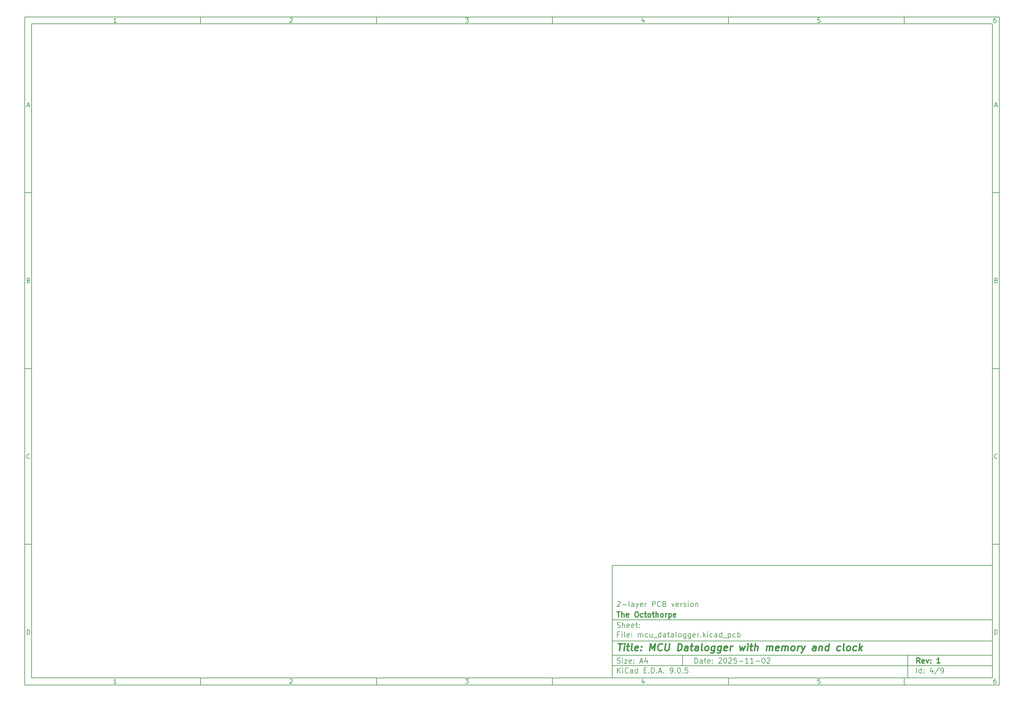
<source format=gbr>
%TF.GenerationSoftware,KiCad,Pcbnew,9.0.5*%
%TF.CreationDate,2025-11-03T15:57:16+06:00*%
%TF.ProjectId,mcu_datalogger,6d63755f-6461-4746-916c-6f676765722e,1*%
%TF.SameCoordinates,Original*%
%TF.FileFunction,Paste,Bot*%
%TF.FilePolarity,Positive*%
%FSLAX46Y46*%
G04 Gerber Fmt 4.6, Leading zero omitted, Abs format (unit mm)*
G04 Created by KiCad (PCBNEW 9.0.5) date 2025-11-03 15:57:16*
%MOMM*%
%LPD*%
G01*
G04 APERTURE LIST*
%ADD10C,0.100000*%
%ADD11C,0.150000*%
%ADD12C,0.300000*%
%ADD13C,0.400000*%
G04 APERTURE END LIST*
D10*
D11*
X177002200Y-166007200D02*
X285002200Y-166007200D01*
X285002200Y-198007200D01*
X177002200Y-198007200D01*
X177002200Y-166007200D01*
D10*
D11*
X10000000Y-10000000D02*
X287002200Y-10000000D01*
X287002200Y-200007200D01*
X10000000Y-200007200D01*
X10000000Y-10000000D01*
D10*
D11*
X12000000Y-12000000D02*
X285002200Y-12000000D01*
X285002200Y-198007200D01*
X12000000Y-198007200D01*
X12000000Y-12000000D01*
D10*
D11*
X60000000Y-12000000D02*
X60000000Y-10000000D01*
D10*
D11*
X110000000Y-12000000D02*
X110000000Y-10000000D01*
D10*
D11*
X160000000Y-12000000D02*
X160000000Y-10000000D01*
D10*
D11*
X210000000Y-12000000D02*
X210000000Y-10000000D01*
D10*
D11*
X260000000Y-12000000D02*
X260000000Y-10000000D01*
D10*
D11*
X36089160Y-11593604D02*
X35346303Y-11593604D01*
X35717731Y-11593604D02*
X35717731Y-10293604D01*
X35717731Y-10293604D02*
X35593922Y-10479319D01*
X35593922Y-10479319D02*
X35470112Y-10603128D01*
X35470112Y-10603128D02*
X35346303Y-10665033D01*
D10*
D11*
X85346303Y-10417414D02*
X85408207Y-10355509D01*
X85408207Y-10355509D02*
X85532017Y-10293604D01*
X85532017Y-10293604D02*
X85841541Y-10293604D01*
X85841541Y-10293604D02*
X85965350Y-10355509D01*
X85965350Y-10355509D02*
X86027255Y-10417414D01*
X86027255Y-10417414D02*
X86089160Y-10541223D01*
X86089160Y-10541223D02*
X86089160Y-10665033D01*
X86089160Y-10665033D02*
X86027255Y-10850747D01*
X86027255Y-10850747D02*
X85284398Y-11593604D01*
X85284398Y-11593604D02*
X86089160Y-11593604D01*
D10*
D11*
X135284398Y-10293604D02*
X136089160Y-10293604D01*
X136089160Y-10293604D02*
X135655826Y-10788842D01*
X135655826Y-10788842D02*
X135841541Y-10788842D01*
X135841541Y-10788842D02*
X135965350Y-10850747D01*
X135965350Y-10850747D02*
X136027255Y-10912652D01*
X136027255Y-10912652D02*
X136089160Y-11036461D01*
X136089160Y-11036461D02*
X136089160Y-11345985D01*
X136089160Y-11345985D02*
X136027255Y-11469795D01*
X136027255Y-11469795D02*
X135965350Y-11531700D01*
X135965350Y-11531700D02*
X135841541Y-11593604D01*
X135841541Y-11593604D02*
X135470112Y-11593604D01*
X135470112Y-11593604D02*
X135346303Y-11531700D01*
X135346303Y-11531700D02*
X135284398Y-11469795D01*
D10*
D11*
X185965350Y-10726938D02*
X185965350Y-11593604D01*
X185655826Y-10231700D02*
X185346303Y-11160271D01*
X185346303Y-11160271D02*
X186151064Y-11160271D01*
D10*
D11*
X236027255Y-10293604D02*
X235408207Y-10293604D01*
X235408207Y-10293604D02*
X235346303Y-10912652D01*
X235346303Y-10912652D02*
X235408207Y-10850747D01*
X235408207Y-10850747D02*
X235532017Y-10788842D01*
X235532017Y-10788842D02*
X235841541Y-10788842D01*
X235841541Y-10788842D02*
X235965350Y-10850747D01*
X235965350Y-10850747D02*
X236027255Y-10912652D01*
X236027255Y-10912652D02*
X236089160Y-11036461D01*
X236089160Y-11036461D02*
X236089160Y-11345985D01*
X236089160Y-11345985D02*
X236027255Y-11469795D01*
X236027255Y-11469795D02*
X235965350Y-11531700D01*
X235965350Y-11531700D02*
X235841541Y-11593604D01*
X235841541Y-11593604D02*
X235532017Y-11593604D01*
X235532017Y-11593604D02*
X235408207Y-11531700D01*
X235408207Y-11531700D02*
X235346303Y-11469795D01*
D10*
D11*
X285965350Y-10293604D02*
X285717731Y-10293604D01*
X285717731Y-10293604D02*
X285593922Y-10355509D01*
X285593922Y-10355509D02*
X285532017Y-10417414D01*
X285532017Y-10417414D02*
X285408207Y-10603128D01*
X285408207Y-10603128D02*
X285346303Y-10850747D01*
X285346303Y-10850747D02*
X285346303Y-11345985D01*
X285346303Y-11345985D02*
X285408207Y-11469795D01*
X285408207Y-11469795D02*
X285470112Y-11531700D01*
X285470112Y-11531700D02*
X285593922Y-11593604D01*
X285593922Y-11593604D02*
X285841541Y-11593604D01*
X285841541Y-11593604D02*
X285965350Y-11531700D01*
X285965350Y-11531700D02*
X286027255Y-11469795D01*
X286027255Y-11469795D02*
X286089160Y-11345985D01*
X286089160Y-11345985D02*
X286089160Y-11036461D01*
X286089160Y-11036461D02*
X286027255Y-10912652D01*
X286027255Y-10912652D02*
X285965350Y-10850747D01*
X285965350Y-10850747D02*
X285841541Y-10788842D01*
X285841541Y-10788842D02*
X285593922Y-10788842D01*
X285593922Y-10788842D02*
X285470112Y-10850747D01*
X285470112Y-10850747D02*
X285408207Y-10912652D01*
X285408207Y-10912652D02*
X285346303Y-11036461D01*
D10*
D11*
X60000000Y-198007200D02*
X60000000Y-200007200D01*
D10*
D11*
X110000000Y-198007200D02*
X110000000Y-200007200D01*
D10*
D11*
X160000000Y-198007200D02*
X160000000Y-200007200D01*
D10*
D11*
X210000000Y-198007200D02*
X210000000Y-200007200D01*
D10*
D11*
X260000000Y-198007200D02*
X260000000Y-200007200D01*
D10*
D11*
X36089160Y-199600804D02*
X35346303Y-199600804D01*
X35717731Y-199600804D02*
X35717731Y-198300804D01*
X35717731Y-198300804D02*
X35593922Y-198486519D01*
X35593922Y-198486519D02*
X35470112Y-198610328D01*
X35470112Y-198610328D02*
X35346303Y-198672233D01*
D10*
D11*
X85346303Y-198424614D02*
X85408207Y-198362709D01*
X85408207Y-198362709D02*
X85532017Y-198300804D01*
X85532017Y-198300804D02*
X85841541Y-198300804D01*
X85841541Y-198300804D02*
X85965350Y-198362709D01*
X85965350Y-198362709D02*
X86027255Y-198424614D01*
X86027255Y-198424614D02*
X86089160Y-198548423D01*
X86089160Y-198548423D02*
X86089160Y-198672233D01*
X86089160Y-198672233D02*
X86027255Y-198857947D01*
X86027255Y-198857947D02*
X85284398Y-199600804D01*
X85284398Y-199600804D02*
X86089160Y-199600804D01*
D10*
D11*
X135284398Y-198300804D02*
X136089160Y-198300804D01*
X136089160Y-198300804D02*
X135655826Y-198796042D01*
X135655826Y-198796042D02*
X135841541Y-198796042D01*
X135841541Y-198796042D02*
X135965350Y-198857947D01*
X135965350Y-198857947D02*
X136027255Y-198919852D01*
X136027255Y-198919852D02*
X136089160Y-199043661D01*
X136089160Y-199043661D02*
X136089160Y-199353185D01*
X136089160Y-199353185D02*
X136027255Y-199476995D01*
X136027255Y-199476995D02*
X135965350Y-199538900D01*
X135965350Y-199538900D02*
X135841541Y-199600804D01*
X135841541Y-199600804D02*
X135470112Y-199600804D01*
X135470112Y-199600804D02*
X135346303Y-199538900D01*
X135346303Y-199538900D02*
X135284398Y-199476995D01*
D10*
D11*
X185965350Y-198734138D02*
X185965350Y-199600804D01*
X185655826Y-198238900D02*
X185346303Y-199167471D01*
X185346303Y-199167471D02*
X186151064Y-199167471D01*
D10*
D11*
X236027255Y-198300804D02*
X235408207Y-198300804D01*
X235408207Y-198300804D02*
X235346303Y-198919852D01*
X235346303Y-198919852D02*
X235408207Y-198857947D01*
X235408207Y-198857947D02*
X235532017Y-198796042D01*
X235532017Y-198796042D02*
X235841541Y-198796042D01*
X235841541Y-198796042D02*
X235965350Y-198857947D01*
X235965350Y-198857947D02*
X236027255Y-198919852D01*
X236027255Y-198919852D02*
X236089160Y-199043661D01*
X236089160Y-199043661D02*
X236089160Y-199353185D01*
X236089160Y-199353185D02*
X236027255Y-199476995D01*
X236027255Y-199476995D02*
X235965350Y-199538900D01*
X235965350Y-199538900D02*
X235841541Y-199600804D01*
X235841541Y-199600804D02*
X235532017Y-199600804D01*
X235532017Y-199600804D02*
X235408207Y-199538900D01*
X235408207Y-199538900D02*
X235346303Y-199476995D01*
D10*
D11*
X285965350Y-198300804D02*
X285717731Y-198300804D01*
X285717731Y-198300804D02*
X285593922Y-198362709D01*
X285593922Y-198362709D02*
X285532017Y-198424614D01*
X285532017Y-198424614D02*
X285408207Y-198610328D01*
X285408207Y-198610328D02*
X285346303Y-198857947D01*
X285346303Y-198857947D02*
X285346303Y-199353185D01*
X285346303Y-199353185D02*
X285408207Y-199476995D01*
X285408207Y-199476995D02*
X285470112Y-199538900D01*
X285470112Y-199538900D02*
X285593922Y-199600804D01*
X285593922Y-199600804D02*
X285841541Y-199600804D01*
X285841541Y-199600804D02*
X285965350Y-199538900D01*
X285965350Y-199538900D02*
X286027255Y-199476995D01*
X286027255Y-199476995D02*
X286089160Y-199353185D01*
X286089160Y-199353185D02*
X286089160Y-199043661D01*
X286089160Y-199043661D02*
X286027255Y-198919852D01*
X286027255Y-198919852D02*
X285965350Y-198857947D01*
X285965350Y-198857947D02*
X285841541Y-198796042D01*
X285841541Y-198796042D02*
X285593922Y-198796042D01*
X285593922Y-198796042D02*
X285470112Y-198857947D01*
X285470112Y-198857947D02*
X285408207Y-198919852D01*
X285408207Y-198919852D02*
X285346303Y-199043661D01*
D10*
D11*
X10000000Y-60000000D02*
X12000000Y-60000000D01*
D10*
D11*
X10000000Y-110000000D02*
X12000000Y-110000000D01*
D10*
D11*
X10000000Y-160000000D02*
X12000000Y-160000000D01*
D10*
D11*
X10690476Y-35222176D02*
X11309523Y-35222176D01*
X10566666Y-35593604D02*
X10999999Y-34293604D01*
X10999999Y-34293604D02*
X11433333Y-35593604D01*
D10*
D11*
X11092857Y-84912652D02*
X11278571Y-84974557D01*
X11278571Y-84974557D02*
X11340476Y-85036461D01*
X11340476Y-85036461D02*
X11402380Y-85160271D01*
X11402380Y-85160271D02*
X11402380Y-85345985D01*
X11402380Y-85345985D02*
X11340476Y-85469795D01*
X11340476Y-85469795D02*
X11278571Y-85531700D01*
X11278571Y-85531700D02*
X11154761Y-85593604D01*
X11154761Y-85593604D02*
X10659523Y-85593604D01*
X10659523Y-85593604D02*
X10659523Y-84293604D01*
X10659523Y-84293604D02*
X11092857Y-84293604D01*
X11092857Y-84293604D02*
X11216666Y-84355509D01*
X11216666Y-84355509D02*
X11278571Y-84417414D01*
X11278571Y-84417414D02*
X11340476Y-84541223D01*
X11340476Y-84541223D02*
X11340476Y-84665033D01*
X11340476Y-84665033D02*
X11278571Y-84788842D01*
X11278571Y-84788842D02*
X11216666Y-84850747D01*
X11216666Y-84850747D02*
X11092857Y-84912652D01*
X11092857Y-84912652D02*
X10659523Y-84912652D01*
D10*
D11*
X11402380Y-135469795D02*
X11340476Y-135531700D01*
X11340476Y-135531700D02*
X11154761Y-135593604D01*
X11154761Y-135593604D02*
X11030952Y-135593604D01*
X11030952Y-135593604D02*
X10845238Y-135531700D01*
X10845238Y-135531700D02*
X10721428Y-135407890D01*
X10721428Y-135407890D02*
X10659523Y-135284080D01*
X10659523Y-135284080D02*
X10597619Y-135036461D01*
X10597619Y-135036461D02*
X10597619Y-134850747D01*
X10597619Y-134850747D02*
X10659523Y-134603128D01*
X10659523Y-134603128D02*
X10721428Y-134479319D01*
X10721428Y-134479319D02*
X10845238Y-134355509D01*
X10845238Y-134355509D02*
X11030952Y-134293604D01*
X11030952Y-134293604D02*
X11154761Y-134293604D01*
X11154761Y-134293604D02*
X11340476Y-134355509D01*
X11340476Y-134355509D02*
X11402380Y-134417414D01*
D10*
D11*
X10659523Y-185593604D02*
X10659523Y-184293604D01*
X10659523Y-184293604D02*
X10969047Y-184293604D01*
X10969047Y-184293604D02*
X11154761Y-184355509D01*
X11154761Y-184355509D02*
X11278571Y-184479319D01*
X11278571Y-184479319D02*
X11340476Y-184603128D01*
X11340476Y-184603128D02*
X11402380Y-184850747D01*
X11402380Y-184850747D02*
X11402380Y-185036461D01*
X11402380Y-185036461D02*
X11340476Y-185284080D01*
X11340476Y-185284080D02*
X11278571Y-185407890D01*
X11278571Y-185407890D02*
X11154761Y-185531700D01*
X11154761Y-185531700D02*
X10969047Y-185593604D01*
X10969047Y-185593604D02*
X10659523Y-185593604D01*
D10*
D11*
X287002200Y-60000000D02*
X285002200Y-60000000D01*
D10*
D11*
X287002200Y-110000000D02*
X285002200Y-110000000D01*
D10*
D11*
X287002200Y-160000000D02*
X285002200Y-160000000D01*
D10*
D11*
X285692676Y-35222176D02*
X286311723Y-35222176D01*
X285568866Y-35593604D02*
X286002199Y-34293604D01*
X286002199Y-34293604D02*
X286435533Y-35593604D01*
D10*
D11*
X286095057Y-84912652D02*
X286280771Y-84974557D01*
X286280771Y-84974557D02*
X286342676Y-85036461D01*
X286342676Y-85036461D02*
X286404580Y-85160271D01*
X286404580Y-85160271D02*
X286404580Y-85345985D01*
X286404580Y-85345985D02*
X286342676Y-85469795D01*
X286342676Y-85469795D02*
X286280771Y-85531700D01*
X286280771Y-85531700D02*
X286156961Y-85593604D01*
X286156961Y-85593604D02*
X285661723Y-85593604D01*
X285661723Y-85593604D02*
X285661723Y-84293604D01*
X285661723Y-84293604D02*
X286095057Y-84293604D01*
X286095057Y-84293604D02*
X286218866Y-84355509D01*
X286218866Y-84355509D02*
X286280771Y-84417414D01*
X286280771Y-84417414D02*
X286342676Y-84541223D01*
X286342676Y-84541223D02*
X286342676Y-84665033D01*
X286342676Y-84665033D02*
X286280771Y-84788842D01*
X286280771Y-84788842D02*
X286218866Y-84850747D01*
X286218866Y-84850747D02*
X286095057Y-84912652D01*
X286095057Y-84912652D02*
X285661723Y-84912652D01*
D10*
D11*
X286404580Y-135469795D02*
X286342676Y-135531700D01*
X286342676Y-135531700D02*
X286156961Y-135593604D01*
X286156961Y-135593604D02*
X286033152Y-135593604D01*
X286033152Y-135593604D02*
X285847438Y-135531700D01*
X285847438Y-135531700D02*
X285723628Y-135407890D01*
X285723628Y-135407890D02*
X285661723Y-135284080D01*
X285661723Y-135284080D02*
X285599819Y-135036461D01*
X285599819Y-135036461D02*
X285599819Y-134850747D01*
X285599819Y-134850747D02*
X285661723Y-134603128D01*
X285661723Y-134603128D02*
X285723628Y-134479319D01*
X285723628Y-134479319D02*
X285847438Y-134355509D01*
X285847438Y-134355509D02*
X286033152Y-134293604D01*
X286033152Y-134293604D02*
X286156961Y-134293604D01*
X286156961Y-134293604D02*
X286342676Y-134355509D01*
X286342676Y-134355509D02*
X286404580Y-134417414D01*
D10*
D11*
X285661723Y-185593604D02*
X285661723Y-184293604D01*
X285661723Y-184293604D02*
X285971247Y-184293604D01*
X285971247Y-184293604D02*
X286156961Y-184355509D01*
X286156961Y-184355509D02*
X286280771Y-184479319D01*
X286280771Y-184479319D02*
X286342676Y-184603128D01*
X286342676Y-184603128D02*
X286404580Y-184850747D01*
X286404580Y-184850747D02*
X286404580Y-185036461D01*
X286404580Y-185036461D02*
X286342676Y-185284080D01*
X286342676Y-185284080D02*
X286280771Y-185407890D01*
X286280771Y-185407890D02*
X286156961Y-185531700D01*
X286156961Y-185531700D02*
X285971247Y-185593604D01*
X285971247Y-185593604D02*
X285661723Y-185593604D01*
D10*
D11*
X200458026Y-193793328D02*
X200458026Y-192293328D01*
X200458026Y-192293328D02*
X200815169Y-192293328D01*
X200815169Y-192293328D02*
X201029455Y-192364757D01*
X201029455Y-192364757D02*
X201172312Y-192507614D01*
X201172312Y-192507614D02*
X201243741Y-192650471D01*
X201243741Y-192650471D02*
X201315169Y-192936185D01*
X201315169Y-192936185D02*
X201315169Y-193150471D01*
X201315169Y-193150471D02*
X201243741Y-193436185D01*
X201243741Y-193436185D02*
X201172312Y-193579042D01*
X201172312Y-193579042D02*
X201029455Y-193721900D01*
X201029455Y-193721900D02*
X200815169Y-193793328D01*
X200815169Y-193793328D02*
X200458026Y-193793328D01*
X202600884Y-193793328D02*
X202600884Y-193007614D01*
X202600884Y-193007614D02*
X202529455Y-192864757D01*
X202529455Y-192864757D02*
X202386598Y-192793328D01*
X202386598Y-192793328D02*
X202100884Y-192793328D01*
X202100884Y-192793328D02*
X201958026Y-192864757D01*
X202600884Y-193721900D02*
X202458026Y-193793328D01*
X202458026Y-193793328D02*
X202100884Y-193793328D01*
X202100884Y-193793328D02*
X201958026Y-193721900D01*
X201958026Y-193721900D02*
X201886598Y-193579042D01*
X201886598Y-193579042D02*
X201886598Y-193436185D01*
X201886598Y-193436185D02*
X201958026Y-193293328D01*
X201958026Y-193293328D02*
X202100884Y-193221900D01*
X202100884Y-193221900D02*
X202458026Y-193221900D01*
X202458026Y-193221900D02*
X202600884Y-193150471D01*
X203100884Y-192793328D02*
X203672312Y-192793328D01*
X203315169Y-192293328D02*
X203315169Y-193579042D01*
X203315169Y-193579042D02*
X203386598Y-193721900D01*
X203386598Y-193721900D02*
X203529455Y-193793328D01*
X203529455Y-193793328D02*
X203672312Y-193793328D01*
X204743741Y-193721900D02*
X204600884Y-193793328D01*
X204600884Y-193793328D02*
X204315170Y-193793328D01*
X204315170Y-193793328D02*
X204172312Y-193721900D01*
X204172312Y-193721900D02*
X204100884Y-193579042D01*
X204100884Y-193579042D02*
X204100884Y-193007614D01*
X204100884Y-193007614D02*
X204172312Y-192864757D01*
X204172312Y-192864757D02*
X204315170Y-192793328D01*
X204315170Y-192793328D02*
X204600884Y-192793328D01*
X204600884Y-192793328D02*
X204743741Y-192864757D01*
X204743741Y-192864757D02*
X204815170Y-193007614D01*
X204815170Y-193007614D02*
X204815170Y-193150471D01*
X204815170Y-193150471D02*
X204100884Y-193293328D01*
X205458026Y-193650471D02*
X205529455Y-193721900D01*
X205529455Y-193721900D02*
X205458026Y-193793328D01*
X205458026Y-193793328D02*
X205386598Y-193721900D01*
X205386598Y-193721900D02*
X205458026Y-193650471D01*
X205458026Y-193650471D02*
X205458026Y-193793328D01*
X205458026Y-192864757D02*
X205529455Y-192936185D01*
X205529455Y-192936185D02*
X205458026Y-193007614D01*
X205458026Y-193007614D02*
X205386598Y-192936185D01*
X205386598Y-192936185D02*
X205458026Y-192864757D01*
X205458026Y-192864757D02*
X205458026Y-193007614D01*
X207243741Y-192436185D02*
X207315169Y-192364757D01*
X207315169Y-192364757D02*
X207458027Y-192293328D01*
X207458027Y-192293328D02*
X207815169Y-192293328D01*
X207815169Y-192293328D02*
X207958027Y-192364757D01*
X207958027Y-192364757D02*
X208029455Y-192436185D01*
X208029455Y-192436185D02*
X208100884Y-192579042D01*
X208100884Y-192579042D02*
X208100884Y-192721900D01*
X208100884Y-192721900D02*
X208029455Y-192936185D01*
X208029455Y-192936185D02*
X207172312Y-193793328D01*
X207172312Y-193793328D02*
X208100884Y-193793328D01*
X209029455Y-192293328D02*
X209172312Y-192293328D01*
X209172312Y-192293328D02*
X209315169Y-192364757D01*
X209315169Y-192364757D02*
X209386598Y-192436185D01*
X209386598Y-192436185D02*
X209458026Y-192579042D01*
X209458026Y-192579042D02*
X209529455Y-192864757D01*
X209529455Y-192864757D02*
X209529455Y-193221900D01*
X209529455Y-193221900D02*
X209458026Y-193507614D01*
X209458026Y-193507614D02*
X209386598Y-193650471D01*
X209386598Y-193650471D02*
X209315169Y-193721900D01*
X209315169Y-193721900D02*
X209172312Y-193793328D01*
X209172312Y-193793328D02*
X209029455Y-193793328D01*
X209029455Y-193793328D02*
X208886598Y-193721900D01*
X208886598Y-193721900D02*
X208815169Y-193650471D01*
X208815169Y-193650471D02*
X208743740Y-193507614D01*
X208743740Y-193507614D02*
X208672312Y-193221900D01*
X208672312Y-193221900D02*
X208672312Y-192864757D01*
X208672312Y-192864757D02*
X208743740Y-192579042D01*
X208743740Y-192579042D02*
X208815169Y-192436185D01*
X208815169Y-192436185D02*
X208886598Y-192364757D01*
X208886598Y-192364757D02*
X209029455Y-192293328D01*
X210100883Y-192436185D02*
X210172311Y-192364757D01*
X210172311Y-192364757D02*
X210315169Y-192293328D01*
X210315169Y-192293328D02*
X210672311Y-192293328D01*
X210672311Y-192293328D02*
X210815169Y-192364757D01*
X210815169Y-192364757D02*
X210886597Y-192436185D01*
X210886597Y-192436185D02*
X210958026Y-192579042D01*
X210958026Y-192579042D02*
X210958026Y-192721900D01*
X210958026Y-192721900D02*
X210886597Y-192936185D01*
X210886597Y-192936185D02*
X210029454Y-193793328D01*
X210029454Y-193793328D02*
X210958026Y-193793328D01*
X212315168Y-192293328D02*
X211600882Y-192293328D01*
X211600882Y-192293328D02*
X211529454Y-193007614D01*
X211529454Y-193007614D02*
X211600882Y-192936185D01*
X211600882Y-192936185D02*
X211743740Y-192864757D01*
X211743740Y-192864757D02*
X212100882Y-192864757D01*
X212100882Y-192864757D02*
X212243740Y-192936185D01*
X212243740Y-192936185D02*
X212315168Y-193007614D01*
X212315168Y-193007614D02*
X212386597Y-193150471D01*
X212386597Y-193150471D02*
X212386597Y-193507614D01*
X212386597Y-193507614D02*
X212315168Y-193650471D01*
X212315168Y-193650471D02*
X212243740Y-193721900D01*
X212243740Y-193721900D02*
X212100882Y-193793328D01*
X212100882Y-193793328D02*
X211743740Y-193793328D01*
X211743740Y-193793328D02*
X211600882Y-193721900D01*
X211600882Y-193721900D02*
X211529454Y-193650471D01*
X213029453Y-193221900D02*
X214172311Y-193221900D01*
X215672311Y-193793328D02*
X214815168Y-193793328D01*
X215243739Y-193793328D02*
X215243739Y-192293328D01*
X215243739Y-192293328D02*
X215100882Y-192507614D01*
X215100882Y-192507614D02*
X214958025Y-192650471D01*
X214958025Y-192650471D02*
X214815168Y-192721900D01*
X217100882Y-193793328D02*
X216243739Y-193793328D01*
X216672310Y-193793328D02*
X216672310Y-192293328D01*
X216672310Y-192293328D02*
X216529453Y-192507614D01*
X216529453Y-192507614D02*
X216386596Y-192650471D01*
X216386596Y-192650471D02*
X216243739Y-192721900D01*
X217743738Y-193221900D02*
X218886596Y-193221900D01*
X219886596Y-192293328D02*
X220029453Y-192293328D01*
X220029453Y-192293328D02*
X220172310Y-192364757D01*
X220172310Y-192364757D02*
X220243739Y-192436185D01*
X220243739Y-192436185D02*
X220315167Y-192579042D01*
X220315167Y-192579042D02*
X220386596Y-192864757D01*
X220386596Y-192864757D02*
X220386596Y-193221900D01*
X220386596Y-193221900D02*
X220315167Y-193507614D01*
X220315167Y-193507614D02*
X220243739Y-193650471D01*
X220243739Y-193650471D02*
X220172310Y-193721900D01*
X220172310Y-193721900D02*
X220029453Y-193793328D01*
X220029453Y-193793328D02*
X219886596Y-193793328D01*
X219886596Y-193793328D02*
X219743739Y-193721900D01*
X219743739Y-193721900D02*
X219672310Y-193650471D01*
X219672310Y-193650471D02*
X219600881Y-193507614D01*
X219600881Y-193507614D02*
X219529453Y-193221900D01*
X219529453Y-193221900D02*
X219529453Y-192864757D01*
X219529453Y-192864757D02*
X219600881Y-192579042D01*
X219600881Y-192579042D02*
X219672310Y-192436185D01*
X219672310Y-192436185D02*
X219743739Y-192364757D01*
X219743739Y-192364757D02*
X219886596Y-192293328D01*
X220958024Y-192436185D02*
X221029452Y-192364757D01*
X221029452Y-192364757D02*
X221172310Y-192293328D01*
X221172310Y-192293328D02*
X221529452Y-192293328D01*
X221529452Y-192293328D02*
X221672310Y-192364757D01*
X221672310Y-192364757D02*
X221743738Y-192436185D01*
X221743738Y-192436185D02*
X221815167Y-192579042D01*
X221815167Y-192579042D02*
X221815167Y-192721900D01*
X221815167Y-192721900D02*
X221743738Y-192936185D01*
X221743738Y-192936185D02*
X220886595Y-193793328D01*
X220886595Y-193793328D02*
X221815167Y-193793328D01*
D10*
D11*
X177002200Y-194507200D02*
X285002200Y-194507200D01*
D10*
D11*
X178458026Y-196593328D02*
X178458026Y-195093328D01*
X179315169Y-196593328D02*
X178672312Y-195736185D01*
X179315169Y-195093328D02*
X178458026Y-195950471D01*
X179958026Y-196593328D02*
X179958026Y-195593328D01*
X179958026Y-195093328D02*
X179886598Y-195164757D01*
X179886598Y-195164757D02*
X179958026Y-195236185D01*
X179958026Y-195236185D02*
X180029455Y-195164757D01*
X180029455Y-195164757D02*
X179958026Y-195093328D01*
X179958026Y-195093328D02*
X179958026Y-195236185D01*
X181529455Y-196450471D02*
X181458027Y-196521900D01*
X181458027Y-196521900D02*
X181243741Y-196593328D01*
X181243741Y-196593328D02*
X181100884Y-196593328D01*
X181100884Y-196593328D02*
X180886598Y-196521900D01*
X180886598Y-196521900D02*
X180743741Y-196379042D01*
X180743741Y-196379042D02*
X180672312Y-196236185D01*
X180672312Y-196236185D02*
X180600884Y-195950471D01*
X180600884Y-195950471D02*
X180600884Y-195736185D01*
X180600884Y-195736185D02*
X180672312Y-195450471D01*
X180672312Y-195450471D02*
X180743741Y-195307614D01*
X180743741Y-195307614D02*
X180886598Y-195164757D01*
X180886598Y-195164757D02*
X181100884Y-195093328D01*
X181100884Y-195093328D02*
X181243741Y-195093328D01*
X181243741Y-195093328D02*
X181458027Y-195164757D01*
X181458027Y-195164757D02*
X181529455Y-195236185D01*
X182815170Y-196593328D02*
X182815170Y-195807614D01*
X182815170Y-195807614D02*
X182743741Y-195664757D01*
X182743741Y-195664757D02*
X182600884Y-195593328D01*
X182600884Y-195593328D02*
X182315170Y-195593328D01*
X182315170Y-195593328D02*
X182172312Y-195664757D01*
X182815170Y-196521900D02*
X182672312Y-196593328D01*
X182672312Y-196593328D02*
X182315170Y-196593328D01*
X182315170Y-196593328D02*
X182172312Y-196521900D01*
X182172312Y-196521900D02*
X182100884Y-196379042D01*
X182100884Y-196379042D02*
X182100884Y-196236185D01*
X182100884Y-196236185D02*
X182172312Y-196093328D01*
X182172312Y-196093328D02*
X182315170Y-196021900D01*
X182315170Y-196021900D02*
X182672312Y-196021900D01*
X182672312Y-196021900D02*
X182815170Y-195950471D01*
X184172313Y-196593328D02*
X184172313Y-195093328D01*
X184172313Y-196521900D02*
X184029455Y-196593328D01*
X184029455Y-196593328D02*
X183743741Y-196593328D01*
X183743741Y-196593328D02*
X183600884Y-196521900D01*
X183600884Y-196521900D02*
X183529455Y-196450471D01*
X183529455Y-196450471D02*
X183458027Y-196307614D01*
X183458027Y-196307614D02*
X183458027Y-195879042D01*
X183458027Y-195879042D02*
X183529455Y-195736185D01*
X183529455Y-195736185D02*
X183600884Y-195664757D01*
X183600884Y-195664757D02*
X183743741Y-195593328D01*
X183743741Y-195593328D02*
X184029455Y-195593328D01*
X184029455Y-195593328D02*
X184172313Y-195664757D01*
X186029455Y-195807614D02*
X186529455Y-195807614D01*
X186743741Y-196593328D02*
X186029455Y-196593328D01*
X186029455Y-196593328D02*
X186029455Y-195093328D01*
X186029455Y-195093328D02*
X186743741Y-195093328D01*
X187386598Y-196450471D02*
X187458027Y-196521900D01*
X187458027Y-196521900D02*
X187386598Y-196593328D01*
X187386598Y-196593328D02*
X187315170Y-196521900D01*
X187315170Y-196521900D02*
X187386598Y-196450471D01*
X187386598Y-196450471D02*
X187386598Y-196593328D01*
X188100884Y-196593328D02*
X188100884Y-195093328D01*
X188100884Y-195093328D02*
X188458027Y-195093328D01*
X188458027Y-195093328D02*
X188672313Y-195164757D01*
X188672313Y-195164757D02*
X188815170Y-195307614D01*
X188815170Y-195307614D02*
X188886599Y-195450471D01*
X188886599Y-195450471D02*
X188958027Y-195736185D01*
X188958027Y-195736185D02*
X188958027Y-195950471D01*
X188958027Y-195950471D02*
X188886599Y-196236185D01*
X188886599Y-196236185D02*
X188815170Y-196379042D01*
X188815170Y-196379042D02*
X188672313Y-196521900D01*
X188672313Y-196521900D02*
X188458027Y-196593328D01*
X188458027Y-196593328D02*
X188100884Y-196593328D01*
X189600884Y-196450471D02*
X189672313Y-196521900D01*
X189672313Y-196521900D02*
X189600884Y-196593328D01*
X189600884Y-196593328D02*
X189529456Y-196521900D01*
X189529456Y-196521900D02*
X189600884Y-196450471D01*
X189600884Y-196450471D02*
X189600884Y-196593328D01*
X190243742Y-196164757D02*
X190958028Y-196164757D01*
X190100885Y-196593328D02*
X190600885Y-195093328D01*
X190600885Y-195093328D02*
X191100885Y-196593328D01*
X191600884Y-196450471D02*
X191672313Y-196521900D01*
X191672313Y-196521900D02*
X191600884Y-196593328D01*
X191600884Y-196593328D02*
X191529456Y-196521900D01*
X191529456Y-196521900D02*
X191600884Y-196450471D01*
X191600884Y-196450471D02*
X191600884Y-196593328D01*
X193529456Y-196593328D02*
X193815170Y-196593328D01*
X193815170Y-196593328D02*
X193958027Y-196521900D01*
X193958027Y-196521900D02*
X194029456Y-196450471D01*
X194029456Y-196450471D02*
X194172313Y-196236185D01*
X194172313Y-196236185D02*
X194243742Y-195950471D01*
X194243742Y-195950471D02*
X194243742Y-195379042D01*
X194243742Y-195379042D02*
X194172313Y-195236185D01*
X194172313Y-195236185D02*
X194100885Y-195164757D01*
X194100885Y-195164757D02*
X193958027Y-195093328D01*
X193958027Y-195093328D02*
X193672313Y-195093328D01*
X193672313Y-195093328D02*
X193529456Y-195164757D01*
X193529456Y-195164757D02*
X193458027Y-195236185D01*
X193458027Y-195236185D02*
X193386599Y-195379042D01*
X193386599Y-195379042D02*
X193386599Y-195736185D01*
X193386599Y-195736185D02*
X193458027Y-195879042D01*
X193458027Y-195879042D02*
X193529456Y-195950471D01*
X193529456Y-195950471D02*
X193672313Y-196021900D01*
X193672313Y-196021900D02*
X193958027Y-196021900D01*
X193958027Y-196021900D02*
X194100885Y-195950471D01*
X194100885Y-195950471D02*
X194172313Y-195879042D01*
X194172313Y-195879042D02*
X194243742Y-195736185D01*
X194886598Y-196450471D02*
X194958027Y-196521900D01*
X194958027Y-196521900D02*
X194886598Y-196593328D01*
X194886598Y-196593328D02*
X194815170Y-196521900D01*
X194815170Y-196521900D02*
X194886598Y-196450471D01*
X194886598Y-196450471D02*
X194886598Y-196593328D01*
X195886599Y-195093328D02*
X196029456Y-195093328D01*
X196029456Y-195093328D02*
X196172313Y-195164757D01*
X196172313Y-195164757D02*
X196243742Y-195236185D01*
X196243742Y-195236185D02*
X196315170Y-195379042D01*
X196315170Y-195379042D02*
X196386599Y-195664757D01*
X196386599Y-195664757D02*
X196386599Y-196021900D01*
X196386599Y-196021900D02*
X196315170Y-196307614D01*
X196315170Y-196307614D02*
X196243742Y-196450471D01*
X196243742Y-196450471D02*
X196172313Y-196521900D01*
X196172313Y-196521900D02*
X196029456Y-196593328D01*
X196029456Y-196593328D02*
X195886599Y-196593328D01*
X195886599Y-196593328D02*
X195743742Y-196521900D01*
X195743742Y-196521900D02*
X195672313Y-196450471D01*
X195672313Y-196450471D02*
X195600884Y-196307614D01*
X195600884Y-196307614D02*
X195529456Y-196021900D01*
X195529456Y-196021900D02*
X195529456Y-195664757D01*
X195529456Y-195664757D02*
X195600884Y-195379042D01*
X195600884Y-195379042D02*
X195672313Y-195236185D01*
X195672313Y-195236185D02*
X195743742Y-195164757D01*
X195743742Y-195164757D02*
X195886599Y-195093328D01*
X197029455Y-196450471D02*
X197100884Y-196521900D01*
X197100884Y-196521900D02*
X197029455Y-196593328D01*
X197029455Y-196593328D02*
X196958027Y-196521900D01*
X196958027Y-196521900D02*
X197029455Y-196450471D01*
X197029455Y-196450471D02*
X197029455Y-196593328D01*
X198458027Y-195093328D02*
X197743741Y-195093328D01*
X197743741Y-195093328D02*
X197672313Y-195807614D01*
X197672313Y-195807614D02*
X197743741Y-195736185D01*
X197743741Y-195736185D02*
X197886599Y-195664757D01*
X197886599Y-195664757D02*
X198243741Y-195664757D01*
X198243741Y-195664757D02*
X198386599Y-195736185D01*
X198386599Y-195736185D02*
X198458027Y-195807614D01*
X198458027Y-195807614D02*
X198529456Y-195950471D01*
X198529456Y-195950471D02*
X198529456Y-196307614D01*
X198529456Y-196307614D02*
X198458027Y-196450471D01*
X198458027Y-196450471D02*
X198386599Y-196521900D01*
X198386599Y-196521900D02*
X198243741Y-196593328D01*
X198243741Y-196593328D02*
X197886599Y-196593328D01*
X197886599Y-196593328D02*
X197743741Y-196521900D01*
X197743741Y-196521900D02*
X197672313Y-196450471D01*
D10*
D11*
X177002200Y-191507200D02*
X285002200Y-191507200D01*
D10*
D12*
X264413853Y-193785528D02*
X263913853Y-193071242D01*
X263556710Y-193785528D02*
X263556710Y-192285528D01*
X263556710Y-192285528D02*
X264128139Y-192285528D01*
X264128139Y-192285528D02*
X264270996Y-192356957D01*
X264270996Y-192356957D02*
X264342425Y-192428385D01*
X264342425Y-192428385D02*
X264413853Y-192571242D01*
X264413853Y-192571242D02*
X264413853Y-192785528D01*
X264413853Y-192785528D02*
X264342425Y-192928385D01*
X264342425Y-192928385D02*
X264270996Y-192999814D01*
X264270996Y-192999814D02*
X264128139Y-193071242D01*
X264128139Y-193071242D02*
X263556710Y-193071242D01*
X265628139Y-193714100D02*
X265485282Y-193785528D01*
X265485282Y-193785528D02*
X265199568Y-193785528D01*
X265199568Y-193785528D02*
X265056710Y-193714100D01*
X265056710Y-193714100D02*
X264985282Y-193571242D01*
X264985282Y-193571242D02*
X264985282Y-192999814D01*
X264985282Y-192999814D02*
X265056710Y-192856957D01*
X265056710Y-192856957D02*
X265199568Y-192785528D01*
X265199568Y-192785528D02*
X265485282Y-192785528D01*
X265485282Y-192785528D02*
X265628139Y-192856957D01*
X265628139Y-192856957D02*
X265699568Y-192999814D01*
X265699568Y-192999814D02*
X265699568Y-193142671D01*
X265699568Y-193142671D02*
X264985282Y-193285528D01*
X266199567Y-192785528D02*
X266556710Y-193785528D01*
X266556710Y-193785528D02*
X266913853Y-192785528D01*
X267485281Y-193642671D02*
X267556710Y-193714100D01*
X267556710Y-193714100D02*
X267485281Y-193785528D01*
X267485281Y-193785528D02*
X267413853Y-193714100D01*
X267413853Y-193714100D02*
X267485281Y-193642671D01*
X267485281Y-193642671D02*
X267485281Y-193785528D01*
X267485281Y-192856957D02*
X267556710Y-192928385D01*
X267556710Y-192928385D02*
X267485281Y-192999814D01*
X267485281Y-192999814D02*
X267413853Y-192928385D01*
X267413853Y-192928385D02*
X267485281Y-192856957D01*
X267485281Y-192856957D02*
X267485281Y-192999814D01*
X270128139Y-193785528D02*
X269270996Y-193785528D01*
X269699567Y-193785528D02*
X269699567Y-192285528D01*
X269699567Y-192285528D02*
X269556710Y-192499814D01*
X269556710Y-192499814D02*
X269413853Y-192642671D01*
X269413853Y-192642671D02*
X269270996Y-192714100D01*
D10*
D11*
X178386598Y-193721900D02*
X178600884Y-193793328D01*
X178600884Y-193793328D02*
X178958026Y-193793328D01*
X178958026Y-193793328D02*
X179100884Y-193721900D01*
X179100884Y-193721900D02*
X179172312Y-193650471D01*
X179172312Y-193650471D02*
X179243741Y-193507614D01*
X179243741Y-193507614D02*
X179243741Y-193364757D01*
X179243741Y-193364757D02*
X179172312Y-193221900D01*
X179172312Y-193221900D02*
X179100884Y-193150471D01*
X179100884Y-193150471D02*
X178958026Y-193079042D01*
X178958026Y-193079042D02*
X178672312Y-193007614D01*
X178672312Y-193007614D02*
X178529455Y-192936185D01*
X178529455Y-192936185D02*
X178458026Y-192864757D01*
X178458026Y-192864757D02*
X178386598Y-192721900D01*
X178386598Y-192721900D02*
X178386598Y-192579042D01*
X178386598Y-192579042D02*
X178458026Y-192436185D01*
X178458026Y-192436185D02*
X178529455Y-192364757D01*
X178529455Y-192364757D02*
X178672312Y-192293328D01*
X178672312Y-192293328D02*
X179029455Y-192293328D01*
X179029455Y-192293328D02*
X179243741Y-192364757D01*
X179886597Y-193793328D02*
X179886597Y-192793328D01*
X179886597Y-192293328D02*
X179815169Y-192364757D01*
X179815169Y-192364757D02*
X179886597Y-192436185D01*
X179886597Y-192436185D02*
X179958026Y-192364757D01*
X179958026Y-192364757D02*
X179886597Y-192293328D01*
X179886597Y-192293328D02*
X179886597Y-192436185D01*
X180458026Y-192793328D02*
X181243741Y-192793328D01*
X181243741Y-192793328D02*
X180458026Y-193793328D01*
X180458026Y-193793328D02*
X181243741Y-193793328D01*
X182386598Y-193721900D02*
X182243741Y-193793328D01*
X182243741Y-193793328D02*
X181958027Y-193793328D01*
X181958027Y-193793328D02*
X181815169Y-193721900D01*
X181815169Y-193721900D02*
X181743741Y-193579042D01*
X181743741Y-193579042D02*
X181743741Y-193007614D01*
X181743741Y-193007614D02*
X181815169Y-192864757D01*
X181815169Y-192864757D02*
X181958027Y-192793328D01*
X181958027Y-192793328D02*
X182243741Y-192793328D01*
X182243741Y-192793328D02*
X182386598Y-192864757D01*
X182386598Y-192864757D02*
X182458027Y-193007614D01*
X182458027Y-193007614D02*
X182458027Y-193150471D01*
X182458027Y-193150471D02*
X181743741Y-193293328D01*
X183100883Y-193650471D02*
X183172312Y-193721900D01*
X183172312Y-193721900D02*
X183100883Y-193793328D01*
X183100883Y-193793328D02*
X183029455Y-193721900D01*
X183029455Y-193721900D02*
X183100883Y-193650471D01*
X183100883Y-193650471D02*
X183100883Y-193793328D01*
X183100883Y-192864757D02*
X183172312Y-192936185D01*
X183172312Y-192936185D02*
X183100883Y-193007614D01*
X183100883Y-193007614D02*
X183029455Y-192936185D01*
X183029455Y-192936185D02*
X183100883Y-192864757D01*
X183100883Y-192864757D02*
X183100883Y-193007614D01*
X184886598Y-193364757D02*
X185600884Y-193364757D01*
X184743741Y-193793328D02*
X185243741Y-192293328D01*
X185243741Y-192293328D02*
X185743741Y-193793328D01*
X186886598Y-192793328D02*
X186886598Y-193793328D01*
X186529455Y-192221900D02*
X186172312Y-193293328D01*
X186172312Y-193293328D02*
X187100883Y-193293328D01*
D10*
D11*
X263458026Y-196593328D02*
X263458026Y-195093328D01*
X264815170Y-196593328D02*
X264815170Y-195093328D01*
X264815170Y-196521900D02*
X264672312Y-196593328D01*
X264672312Y-196593328D02*
X264386598Y-196593328D01*
X264386598Y-196593328D02*
X264243741Y-196521900D01*
X264243741Y-196521900D02*
X264172312Y-196450471D01*
X264172312Y-196450471D02*
X264100884Y-196307614D01*
X264100884Y-196307614D02*
X264100884Y-195879042D01*
X264100884Y-195879042D02*
X264172312Y-195736185D01*
X264172312Y-195736185D02*
X264243741Y-195664757D01*
X264243741Y-195664757D02*
X264386598Y-195593328D01*
X264386598Y-195593328D02*
X264672312Y-195593328D01*
X264672312Y-195593328D02*
X264815170Y-195664757D01*
X265529455Y-196450471D02*
X265600884Y-196521900D01*
X265600884Y-196521900D02*
X265529455Y-196593328D01*
X265529455Y-196593328D02*
X265458027Y-196521900D01*
X265458027Y-196521900D02*
X265529455Y-196450471D01*
X265529455Y-196450471D02*
X265529455Y-196593328D01*
X265529455Y-195664757D02*
X265600884Y-195736185D01*
X265600884Y-195736185D02*
X265529455Y-195807614D01*
X265529455Y-195807614D02*
X265458027Y-195736185D01*
X265458027Y-195736185D02*
X265529455Y-195664757D01*
X265529455Y-195664757D02*
X265529455Y-195807614D01*
X268029456Y-195593328D02*
X268029456Y-196593328D01*
X267672313Y-195021900D02*
X267315170Y-196093328D01*
X267315170Y-196093328D02*
X268243741Y-196093328D01*
X269886598Y-195021900D02*
X268600884Y-196950471D01*
X270458027Y-196593328D02*
X270743741Y-196593328D01*
X270743741Y-196593328D02*
X270886598Y-196521900D01*
X270886598Y-196521900D02*
X270958027Y-196450471D01*
X270958027Y-196450471D02*
X271100884Y-196236185D01*
X271100884Y-196236185D02*
X271172313Y-195950471D01*
X271172313Y-195950471D02*
X271172313Y-195379042D01*
X271172313Y-195379042D02*
X271100884Y-195236185D01*
X271100884Y-195236185D02*
X271029456Y-195164757D01*
X271029456Y-195164757D02*
X270886598Y-195093328D01*
X270886598Y-195093328D02*
X270600884Y-195093328D01*
X270600884Y-195093328D02*
X270458027Y-195164757D01*
X270458027Y-195164757D02*
X270386598Y-195236185D01*
X270386598Y-195236185D02*
X270315170Y-195379042D01*
X270315170Y-195379042D02*
X270315170Y-195736185D01*
X270315170Y-195736185D02*
X270386598Y-195879042D01*
X270386598Y-195879042D02*
X270458027Y-195950471D01*
X270458027Y-195950471D02*
X270600884Y-196021900D01*
X270600884Y-196021900D02*
X270886598Y-196021900D01*
X270886598Y-196021900D02*
X271029456Y-195950471D01*
X271029456Y-195950471D02*
X271100884Y-195879042D01*
X271100884Y-195879042D02*
X271172313Y-195736185D01*
D10*
D11*
X177002200Y-187507200D02*
X285002200Y-187507200D01*
D10*
D13*
X178693928Y-188211638D02*
X179836785Y-188211638D01*
X179015357Y-190211638D02*
X179265357Y-188211638D01*
X180253452Y-190211638D02*
X180420119Y-188878304D01*
X180503452Y-188211638D02*
X180396309Y-188306876D01*
X180396309Y-188306876D02*
X180479643Y-188402114D01*
X180479643Y-188402114D02*
X180586786Y-188306876D01*
X180586786Y-188306876D02*
X180503452Y-188211638D01*
X180503452Y-188211638D02*
X180479643Y-188402114D01*
X181086786Y-188878304D02*
X181848690Y-188878304D01*
X181455833Y-188211638D02*
X181241548Y-189925923D01*
X181241548Y-189925923D02*
X181312976Y-190116400D01*
X181312976Y-190116400D02*
X181491548Y-190211638D01*
X181491548Y-190211638D02*
X181682024Y-190211638D01*
X182634405Y-190211638D02*
X182455833Y-190116400D01*
X182455833Y-190116400D02*
X182384405Y-189925923D01*
X182384405Y-189925923D02*
X182598690Y-188211638D01*
X184170119Y-190116400D02*
X183967738Y-190211638D01*
X183967738Y-190211638D02*
X183586785Y-190211638D01*
X183586785Y-190211638D02*
X183408214Y-190116400D01*
X183408214Y-190116400D02*
X183336785Y-189925923D01*
X183336785Y-189925923D02*
X183432024Y-189164019D01*
X183432024Y-189164019D02*
X183551071Y-188973542D01*
X183551071Y-188973542D02*
X183753452Y-188878304D01*
X183753452Y-188878304D02*
X184134404Y-188878304D01*
X184134404Y-188878304D02*
X184312976Y-188973542D01*
X184312976Y-188973542D02*
X184384404Y-189164019D01*
X184384404Y-189164019D02*
X184360595Y-189354495D01*
X184360595Y-189354495D02*
X183384404Y-189544971D01*
X185134405Y-190021161D02*
X185217738Y-190116400D01*
X185217738Y-190116400D02*
X185110595Y-190211638D01*
X185110595Y-190211638D02*
X185027262Y-190116400D01*
X185027262Y-190116400D02*
X185134405Y-190021161D01*
X185134405Y-190021161D02*
X185110595Y-190211638D01*
X185265357Y-188973542D02*
X185348690Y-189068780D01*
X185348690Y-189068780D02*
X185241548Y-189164019D01*
X185241548Y-189164019D02*
X185158214Y-189068780D01*
X185158214Y-189068780D02*
X185265357Y-188973542D01*
X185265357Y-188973542D02*
X185241548Y-189164019D01*
X187586786Y-190211638D02*
X187836786Y-188211638D01*
X187836786Y-188211638D02*
X188324881Y-189640209D01*
X188324881Y-189640209D02*
X189170120Y-188211638D01*
X189170120Y-188211638D02*
X188920120Y-190211638D01*
X191039167Y-190021161D02*
X190932024Y-190116400D01*
X190932024Y-190116400D02*
X190634405Y-190211638D01*
X190634405Y-190211638D02*
X190443929Y-190211638D01*
X190443929Y-190211638D02*
X190170119Y-190116400D01*
X190170119Y-190116400D02*
X190003453Y-189925923D01*
X190003453Y-189925923D02*
X189932024Y-189735447D01*
X189932024Y-189735447D02*
X189884405Y-189354495D01*
X189884405Y-189354495D02*
X189920119Y-189068780D01*
X189920119Y-189068780D02*
X190062976Y-188687828D01*
X190062976Y-188687828D02*
X190182024Y-188497352D01*
X190182024Y-188497352D02*
X190396310Y-188306876D01*
X190396310Y-188306876D02*
X190693929Y-188211638D01*
X190693929Y-188211638D02*
X190884405Y-188211638D01*
X190884405Y-188211638D02*
X191158215Y-188306876D01*
X191158215Y-188306876D02*
X191241548Y-188402114D01*
X192122500Y-188211638D02*
X191920119Y-189830685D01*
X191920119Y-189830685D02*
X191991548Y-190021161D01*
X191991548Y-190021161D02*
X192074881Y-190116400D01*
X192074881Y-190116400D02*
X192253453Y-190211638D01*
X192253453Y-190211638D02*
X192634405Y-190211638D01*
X192634405Y-190211638D02*
X192836786Y-190116400D01*
X192836786Y-190116400D02*
X192943929Y-190021161D01*
X192943929Y-190021161D02*
X193062976Y-189830685D01*
X193062976Y-189830685D02*
X193265357Y-188211638D01*
X195491548Y-190211638D02*
X195741548Y-188211638D01*
X195741548Y-188211638D02*
X196217739Y-188211638D01*
X196217739Y-188211638D02*
X196491548Y-188306876D01*
X196491548Y-188306876D02*
X196658215Y-188497352D01*
X196658215Y-188497352D02*
X196729643Y-188687828D01*
X196729643Y-188687828D02*
X196777263Y-189068780D01*
X196777263Y-189068780D02*
X196741548Y-189354495D01*
X196741548Y-189354495D02*
X196598691Y-189735447D01*
X196598691Y-189735447D02*
X196479643Y-189925923D01*
X196479643Y-189925923D02*
X196265358Y-190116400D01*
X196265358Y-190116400D02*
X195967739Y-190211638D01*
X195967739Y-190211638D02*
X195491548Y-190211638D01*
X198348691Y-190211638D02*
X198479643Y-189164019D01*
X198479643Y-189164019D02*
X198408215Y-188973542D01*
X198408215Y-188973542D02*
X198229643Y-188878304D01*
X198229643Y-188878304D02*
X197848691Y-188878304D01*
X197848691Y-188878304D02*
X197646310Y-188973542D01*
X198360596Y-190116400D02*
X198158215Y-190211638D01*
X198158215Y-190211638D02*
X197682024Y-190211638D01*
X197682024Y-190211638D02*
X197503453Y-190116400D01*
X197503453Y-190116400D02*
X197432024Y-189925923D01*
X197432024Y-189925923D02*
X197455834Y-189735447D01*
X197455834Y-189735447D02*
X197574882Y-189544971D01*
X197574882Y-189544971D02*
X197777263Y-189449733D01*
X197777263Y-189449733D02*
X198253453Y-189449733D01*
X198253453Y-189449733D02*
X198455834Y-189354495D01*
X199182025Y-188878304D02*
X199943929Y-188878304D01*
X199551072Y-188211638D02*
X199336787Y-189925923D01*
X199336787Y-189925923D02*
X199408215Y-190116400D01*
X199408215Y-190116400D02*
X199586787Y-190211638D01*
X199586787Y-190211638D02*
X199777263Y-190211638D01*
X201301072Y-190211638D02*
X201432024Y-189164019D01*
X201432024Y-189164019D02*
X201360596Y-188973542D01*
X201360596Y-188973542D02*
X201182024Y-188878304D01*
X201182024Y-188878304D02*
X200801072Y-188878304D01*
X200801072Y-188878304D02*
X200598691Y-188973542D01*
X201312977Y-190116400D02*
X201110596Y-190211638D01*
X201110596Y-190211638D02*
X200634405Y-190211638D01*
X200634405Y-190211638D02*
X200455834Y-190116400D01*
X200455834Y-190116400D02*
X200384405Y-189925923D01*
X200384405Y-189925923D02*
X200408215Y-189735447D01*
X200408215Y-189735447D02*
X200527263Y-189544971D01*
X200527263Y-189544971D02*
X200729644Y-189449733D01*
X200729644Y-189449733D02*
X201205834Y-189449733D01*
X201205834Y-189449733D02*
X201408215Y-189354495D01*
X202539168Y-190211638D02*
X202360596Y-190116400D01*
X202360596Y-190116400D02*
X202289168Y-189925923D01*
X202289168Y-189925923D02*
X202503453Y-188211638D01*
X203586787Y-190211638D02*
X203408215Y-190116400D01*
X203408215Y-190116400D02*
X203324882Y-190021161D01*
X203324882Y-190021161D02*
X203253453Y-189830685D01*
X203253453Y-189830685D02*
X203324882Y-189259257D01*
X203324882Y-189259257D02*
X203443929Y-189068780D01*
X203443929Y-189068780D02*
X203551072Y-188973542D01*
X203551072Y-188973542D02*
X203753453Y-188878304D01*
X203753453Y-188878304D02*
X204039167Y-188878304D01*
X204039167Y-188878304D02*
X204217739Y-188973542D01*
X204217739Y-188973542D02*
X204301072Y-189068780D01*
X204301072Y-189068780D02*
X204372501Y-189259257D01*
X204372501Y-189259257D02*
X204301072Y-189830685D01*
X204301072Y-189830685D02*
X204182025Y-190021161D01*
X204182025Y-190021161D02*
X204074882Y-190116400D01*
X204074882Y-190116400D02*
X203872501Y-190211638D01*
X203872501Y-190211638D02*
X203586787Y-190211638D01*
X206134406Y-188878304D02*
X205932025Y-190497352D01*
X205932025Y-190497352D02*
X205812977Y-190687828D01*
X205812977Y-190687828D02*
X205705834Y-190783066D01*
X205705834Y-190783066D02*
X205503453Y-190878304D01*
X205503453Y-190878304D02*
X205217739Y-190878304D01*
X205217739Y-190878304D02*
X205039168Y-190783066D01*
X205979644Y-190116400D02*
X205777263Y-190211638D01*
X205777263Y-190211638D02*
X205396311Y-190211638D01*
X205396311Y-190211638D02*
X205217739Y-190116400D01*
X205217739Y-190116400D02*
X205134406Y-190021161D01*
X205134406Y-190021161D02*
X205062977Y-189830685D01*
X205062977Y-189830685D02*
X205134406Y-189259257D01*
X205134406Y-189259257D02*
X205253453Y-189068780D01*
X205253453Y-189068780D02*
X205360596Y-188973542D01*
X205360596Y-188973542D02*
X205562977Y-188878304D01*
X205562977Y-188878304D02*
X205943930Y-188878304D01*
X205943930Y-188878304D02*
X206122501Y-188973542D01*
X207943930Y-188878304D02*
X207741549Y-190497352D01*
X207741549Y-190497352D02*
X207622501Y-190687828D01*
X207622501Y-190687828D02*
X207515358Y-190783066D01*
X207515358Y-190783066D02*
X207312977Y-190878304D01*
X207312977Y-190878304D02*
X207027263Y-190878304D01*
X207027263Y-190878304D02*
X206848692Y-190783066D01*
X207789168Y-190116400D02*
X207586787Y-190211638D01*
X207586787Y-190211638D02*
X207205835Y-190211638D01*
X207205835Y-190211638D02*
X207027263Y-190116400D01*
X207027263Y-190116400D02*
X206943930Y-190021161D01*
X206943930Y-190021161D02*
X206872501Y-189830685D01*
X206872501Y-189830685D02*
X206943930Y-189259257D01*
X206943930Y-189259257D02*
X207062977Y-189068780D01*
X207062977Y-189068780D02*
X207170120Y-188973542D01*
X207170120Y-188973542D02*
X207372501Y-188878304D01*
X207372501Y-188878304D02*
X207753454Y-188878304D01*
X207753454Y-188878304D02*
X207932025Y-188973542D01*
X209503454Y-190116400D02*
X209301073Y-190211638D01*
X209301073Y-190211638D02*
X208920120Y-190211638D01*
X208920120Y-190211638D02*
X208741549Y-190116400D01*
X208741549Y-190116400D02*
X208670120Y-189925923D01*
X208670120Y-189925923D02*
X208765359Y-189164019D01*
X208765359Y-189164019D02*
X208884406Y-188973542D01*
X208884406Y-188973542D02*
X209086787Y-188878304D01*
X209086787Y-188878304D02*
X209467739Y-188878304D01*
X209467739Y-188878304D02*
X209646311Y-188973542D01*
X209646311Y-188973542D02*
X209717739Y-189164019D01*
X209717739Y-189164019D02*
X209693930Y-189354495D01*
X209693930Y-189354495D02*
X208717739Y-189544971D01*
X210443930Y-190211638D02*
X210610597Y-188878304D01*
X210562978Y-189259257D02*
X210682025Y-189068780D01*
X210682025Y-189068780D02*
X210789168Y-188973542D01*
X210789168Y-188973542D02*
X210991549Y-188878304D01*
X210991549Y-188878304D02*
X211182025Y-188878304D01*
X213182026Y-188878304D02*
X213396311Y-190211638D01*
X213396311Y-190211638D02*
X213896311Y-189259257D01*
X213896311Y-189259257D02*
X214158216Y-190211638D01*
X214158216Y-190211638D02*
X214705835Y-188878304D01*
X215301073Y-190211638D02*
X215467740Y-188878304D01*
X215551073Y-188211638D02*
X215443930Y-188306876D01*
X215443930Y-188306876D02*
X215527264Y-188402114D01*
X215527264Y-188402114D02*
X215634407Y-188306876D01*
X215634407Y-188306876D02*
X215551073Y-188211638D01*
X215551073Y-188211638D02*
X215527264Y-188402114D01*
X216134407Y-188878304D02*
X216896311Y-188878304D01*
X216503454Y-188211638D02*
X216289169Y-189925923D01*
X216289169Y-189925923D02*
X216360597Y-190116400D01*
X216360597Y-190116400D02*
X216539169Y-190211638D01*
X216539169Y-190211638D02*
X216729645Y-190211638D01*
X217396311Y-190211638D02*
X217646311Y-188211638D01*
X218253454Y-190211638D02*
X218384406Y-189164019D01*
X218384406Y-189164019D02*
X218312978Y-188973542D01*
X218312978Y-188973542D02*
X218134406Y-188878304D01*
X218134406Y-188878304D02*
X217848692Y-188878304D01*
X217848692Y-188878304D02*
X217646311Y-188973542D01*
X217646311Y-188973542D02*
X217539168Y-189068780D01*
X220729645Y-190211638D02*
X220896312Y-188878304D01*
X220872502Y-189068780D02*
X220979645Y-188973542D01*
X220979645Y-188973542D02*
X221182026Y-188878304D01*
X221182026Y-188878304D02*
X221467740Y-188878304D01*
X221467740Y-188878304D02*
X221646312Y-188973542D01*
X221646312Y-188973542D02*
X221717740Y-189164019D01*
X221717740Y-189164019D02*
X221586788Y-190211638D01*
X221717740Y-189164019D02*
X221836788Y-188973542D01*
X221836788Y-188973542D02*
X222039169Y-188878304D01*
X222039169Y-188878304D02*
X222324883Y-188878304D01*
X222324883Y-188878304D02*
X222503455Y-188973542D01*
X222503455Y-188973542D02*
X222574883Y-189164019D01*
X222574883Y-189164019D02*
X222443931Y-190211638D01*
X224170122Y-190116400D02*
X223967741Y-190211638D01*
X223967741Y-190211638D02*
X223586788Y-190211638D01*
X223586788Y-190211638D02*
X223408217Y-190116400D01*
X223408217Y-190116400D02*
X223336788Y-189925923D01*
X223336788Y-189925923D02*
X223432027Y-189164019D01*
X223432027Y-189164019D02*
X223551074Y-188973542D01*
X223551074Y-188973542D02*
X223753455Y-188878304D01*
X223753455Y-188878304D02*
X224134407Y-188878304D01*
X224134407Y-188878304D02*
X224312979Y-188973542D01*
X224312979Y-188973542D02*
X224384407Y-189164019D01*
X224384407Y-189164019D02*
X224360598Y-189354495D01*
X224360598Y-189354495D02*
X223384407Y-189544971D01*
X225110598Y-190211638D02*
X225277265Y-188878304D01*
X225253455Y-189068780D02*
X225360598Y-188973542D01*
X225360598Y-188973542D02*
X225562979Y-188878304D01*
X225562979Y-188878304D02*
X225848693Y-188878304D01*
X225848693Y-188878304D02*
X226027265Y-188973542D01*
X226027265Y-188973542D02*
X226098693Y-189164019D01*
X226098693Y-189164019D02*
X225967741Y-190211638D01*
X226098693Y-189164019D02*
X226217741Y-188973542D01*
X226217741Y-188973542D02*
X226420122Y-188878304D01*
X226420122Y-188878304D02*
X226705836Y-188878304D01*
X226705836Y-188878304D02*
X226884408Y-188973542D01*
X226884408Y-188973542D02*
X226955836Y-189164019D01*
X226955836Y-189164019D02*
X226824884Y-190211638D01*
X228062980Y-190211638D02*
X227884408Y-190116400D01*
X227884408Y-190116400D02*
X227801075Y-190021161D01*
X227801075Y-190021161D02*
X227729646Y-189830685D01*
X227729646Y-189830685D02*
X227801075Y-189259257D01*
X227801075Y-189259257D02*
X227920122Y-189068780D01*
X227920122Y-189068780D02*
X228027265Y-188973542D01*
X228027265Y-188973542D02*
X228229646Y-188878304D01*
X228229646Y-188878304D02*
X228515360Y-188878304D01*
X228515360Y-188878304D02*
X228693932Y-188973542D01*
X228693932Y-188973542D02*
X228777265Y-189068780D01*
X228777265Y-189068780D02*
X228848694Y-189259257D01*
X228848694Y-189259257D02*
X228777265Y-189830685D01*
X228777265Y-189830685D02*
X228658218Y-190021161D01*
X228658218Y-190021161D02*
X228551075Y-190116400D01*
X228551075Y-190116400D02*
X228348694Y-190211638D01*
X228348694Y-190211638D02*
X228062980Y-190211638D01*
X229586789Y-190211638D02*
X229753456Y-188878304D01*
X229705837Y-189259257D02*
X229824884Y-189068780D01*
X229824884Y-189068780D02*
X229932027Y-188973542D01*
X229932027Y-188973542D02*
X230134408Y-188878304D01*
X230134408Y-188878304D02*
X230324884Y-188878304D01*
X230801075Y-188878304D02*
X231110599Y-190211638D01*
X231753456Y-188878304D02*
X231110599Y-190211638D01*
X231110599Y-190211638D02*
X230860599Y-190687828D01*
X230860599Y-190687828D02*
X230753456Y-190783066D01*
X230753456Y-190783066D02*
X230551075Y-190878304D01*
X234729647Y-190211638D02*
X234860599Y-189164019D01*
X234860599Y-189164019D02*
X234789171Y-188973542D01*
X234789171Y-188973542D02*
X234610599Y-188878304D01*
X234610599Y-188878304D02*
X234229647Y-188878304D01*
X234229647Y-188878304D02*
X234027266Y-188973542D01*
X234741552Y-190116400D02*
X234539171Y-190211638D01*
X234539171Y-190211638D02*
X234062980Y-190211638D01*
X234062980Y-190211638D02*
X233884409Y-190116400D01*
X233884409Y-190116400D02*
X233812980Y-189925923D01*
X233812980Y-189925923D02*
X233836790Y-189735447D01*
X233836790Y-189735447D02*
X233955838Y-189544971D01*
X233955838Y-189544971D02*
X234158219Y-189449733D01*
X234158219Y-189449733D02*
X234634409Y-189449733D01*
X234634409Y-189449733D02*
X234836790Y-189354495D01*
X235848695Y-188878304D02*
X235682028Y-190211638D01*
X235824885Y-189068780D02*
X235932028Y-188973542D01*
X235932028Y-188973542D02*
X236134409Y-188878304D01*
X236134409Y-188878304D02*
X236420123Y-188878304D01*
X236420123Y-188878304D02*
X236598695Y-188973542D01*
X236598695Y-188973542D02*
X236670123Y-189164019D01*
X236670123Y-189164019D02*
X236539171Y-190211638D01*
X238348695Y-190211638D02*
X238598695Y-188211638D01*
X238360600Y-190116400D02*
X238158219Y-190211638D01*
X238158219Y-190211638D02*
X237777267Y-190211638D01*
X237777267Y-190211638D02*
X237598695Y-190116400D01*
X237598695Y-190116400D02*
X237515362Y-190021161D01*
X237515362Y-190021161D02*
X237443933Y-189830685D01*
X237443933Y-189830685D02*
X237515362Y-189259257D01*
X237515362Y-189259257D02*
X237634409Y-189068780D01*
X237634409Y-189068780D02*
X237741552Y-188973542D01*
X237741552Y-188973542D02*
X237943933Y-188878304D01*
X237943933Y-188878304D02*
X238324886Y-188878304D01*
X238324886Y-188878304D02*
X238503457Y-188973542D01*
X241693934Y-190116400D02*
X241491553Y-190211638D01*
X241491553Y-190211638D02*
X241110601Y-190211638D01*
X241110601Y-190211638D02*
X240932029Y-190116400D01*
X240932029Y-190116400D02*
X240848696Y-190021161D01*
X240848696Y-190021161D02*
X240777267Y-189830685D01*
X240777267Y-189830685D02*
X240848696Y-189259257D01*
X240848696Y-189259257D02*
X240967743Y-189068780D01*
X240967743Y-189068780D02*
X241074886Y-188973542D01*
X241074886Y-188973542D02*
X241277267Y-188878304D01*
X241277267Y-188878304D02*
X241658220Y-188878304D01*
X241658220Y-188878304D02*
X241836791Y-188973542D01*
X242824887Y-190211638D02*
X242646315Y-190116400D01*
X242646315Y-190116400D02*
X242574887Y-189925923D01*
X242574887Y-189925923D02*
X242789172Y-188211638D01*
X243872506Y-190211638D02*
X243693934Y-190116400D01*
X243693934Y-190116400D02*
X243610601Y-190021161D01*
X243610601Y-190021161D02*
X243539172Y-189830685D01*
X243539172Y-189830685D02*
X243610601Y-189259257D01*
X243610601Y-189259257D02*
X243729648Y-189068780D01*
X243729648Y-189068780D02*
X243836791Y-188973542D01*
X243836791Y-188973542D02*
X244039172Y-188878304D01*
X244039172Y-188878304D02*
X244324886Y-188878304D01*
X244324886Y-188878304D02*
X244503458Y-188973542D01*
X244503458Y-188973542D02*
X244586791Y-189068780D01*
X244586791Y-189068780D02*
X244658220Y-189259257D01*
X244658220Y-189259257D02*
X244586791Y-189830685D01*
X244586791Y-189830685D02*
X244467744Y-190021161D01*
X244467744Y-190021161D02*
X244360601Y-190116400D01*
X244360601Y-190116400D02*
X244158220Y-190211638D01*
X244158220Y-190211638D02*
X243872506Y-190211638D01*
X246265363Y-190116400D02*
X246062982Y-190211638D01*
X246062982Y-190211638D02*
X245682030Y-190211638D01*
X245682030Y-190211638D02*
X245503458Y-190116400D01*
X245503458Y-190116400D02*
X245420125Y-190021161D01*
X245420125Y-190021161D02*
X245348696Y-189830685D01*
X245348696Y-189830685D02*
X245420125Y-189259257D01*
X245420125Y-189259257D02*
X245539172Y-189068780D01*
X245539172Y-189068780D02*
X245646315Y-188973542D01*
X245646315Y-188973542D02*
X245848696Y-188878304D01*
X245848696Y-188878304D02*
X246229649Y-188878304D01*
X246229649Y-188878304D02*
X246408220Y-188973542D01*
X247110601Y-190211638D02*
X247360601Y-188211638D01*
X247396316Y-189449733D02*
X247872506Y-190211638D01*
X248039173Y-188878304D02*
X247182030Y-189640209D01*
D10*
D11*
X178958026Y-185607614D02*
X178458026Y-185607614D01*
X178458026Y-186393328D02*
X178458026Y-184893328D01*
X178458026Y-184893328D02*
X179172312Y-184893328D01*
X179743740Y-186393328D02*
X179743740Y-185393328D01*
X179743740Y-184893328D02*
X179672312Y-184964757D01*
X179672312Y-184964757D02*
X179743740Y-185036185D01*
X179743740Y-185036185D02*
X179815169Y-184964757D01*
X179815169Y-184964757D02*
X179743740Y-184893328D01*
X179743740Y-184893328D02*
X179743740Y-185036185D01*
X180672312Y-186393328D02*
X180529455Y-186321900D01*
X180529455Y-186321900D02*
X180458026Y-186179042D01*
X180458026Y-186179042D02*
X180458026Y-184893328D01*
X181815169Y-186321900D02*
X181672312Y-186393328D01*
X181672312Y-186393328D02*
X181386598Y-186393328D01*
X181386598Y-186393328D02*
X181243740Y-186321900D01*
X181243740Y-186321900D02*
X181172312Y-186179042D01*
X181172312Y-186179042D02*
X181172312Y-185607614D01*
X181172312Y-185607614D02*
X181243740Y-185464757D01*
X181243740Y-185464757D02*
X181386598Y-185393328D01*
X181386598Y-185393328D02*
X181672312Y-185393328D01*
X181672312Y-185393328D02*
X181815169Y-185464757D01*
X181815169Y-185464757D02*
X181886598Y-185607614D01*
X181886598Y-185607614D02*
X181886598Y-185750471D01*
X181886598Y-185750471D02*
X181172312Y-185893328D01*
X182529454Y-186250471D02*
X182600883Y-186321900D01*
X182600883Y-186321900D02*
X182529454Y-186393328D01*
X182529454Y-186393328D02*
X182458026Y-186321900D01*
X182458026Y-186321900D02*
X182529454Y-186250471D01*
X182529454Y-186250471D02*
X182529454Y-186393328D01*
X182529454Y-185464757D02*
X182600883Y-185536185D01*
X182600883Y-185536185D02*
X182529454Y-185607614D01*
X182529454Y-185607614D02*
X182458026Y-185536185D01*
X182458026Y-185536185D02*
X182529454Y-185464757D01*
X182529454Y-185464757D02*
X182529454Y-185607614D01*
X184386597Y-186393328D02*
X184386597Y-185393328D01*
X184386597Y-185536185D02*
X184458026Y-185464757D01*
X184458026Y-185464757D02*
X184600883Y-185393328D01*
X184600883Y-185393328D02*
X184815169Y-185393328D01*
X184815169Y-185393328D02*
X184958026Y-185464757D01*
X184958026Y-185464757D02*
X185029455Y-185607614D01*
X185029455Y-185607614D02*
X185029455Y-186393328D01*
X185029455Y-185607614D02*
X185100883Y-185464757D01*
X185100883Y-185464757D02*
X185243740Y-185393328D01*
X185243740Y-185393328D02*
X185458026Y-185393328D01*
X185458026Y-185393328D02*
X185600883Y-185464757D01*
X185600883Y-185464757D02*
X185672312Y-185607614D01*
X185672312Y-185607614D02*
X185672312Y-186393328D01*
X187029455Y-186321900D02*
X186886597Y-186393328D01*
X186886597Y-186393328D02*
X186600883Y-186393328D01*
X186600883Y-186393328D02*
X186458026Y-186321900D01*
X186458026Y-186321900D02*
X186386597Y-186250471D01*
X186386597Y-186250471D02*
X186315169Y-186107614D01*
X186315169Y-186107614D02*
X186315169Y-185679042D01*
X186315169Y-185679042D02*
X186386597Y-185536185D01*
X186386597Y-185536185D02*
X186458026Y-185464757D01*
X186458026Y-185464757D02*
X186600883Y-185393328D01*
X186600883Y-185393328D02*
X186886597Y-185393328D01*
X186886597Y-185393328D02*
X187029455Y-185464757D01*
X188315169Y-185393328D02*
X188315169Y-186393328D01*
X187672311Y-185393328D02*
X187672311Y-186179042D01*
X187672311Y-186179042D02*
X187743740Y-186321900D01*
X187743740Y-186321900D02*
X187886597Y-186393328D01*
X187886597Y-186393328D02*
X188100883Y-186393328D01*
X188100883Y-186393328D02*
X188243740Y-186321900D01*
X188243740Y-186321900D02*
X188315169Y-186250471D01*
X188672312Y-186536185D02*
X189815169Y-186536185D01*
X190815169Y-186393328D02*
X190815169Y-184893328D01*
X190815169Y-186321900D02*
X190672311Y-186393328D01*
X190672311Y-186393328D02*
X190386597Y-186393328D01*
X190386597Y-186393328D02*
X190243740Y-186321900D01*
X190243740Y-186321900D02*
X190172311Y-186250471D01*
X190172311Y-186250471D02*
X190100883Y-186107614D01*
X190100883Y-186107614D02*
X190100883Y-185679042D01*
X190100883Y-185679042D02*
X190172311Y-185536185D01*
X190172311Y-185536185D02*
X190243740Y-185464757D01*
X190243740Y-185464757D02*
X190386597Y-185393328D01*
X190386597Y-185393328D02*
X190672311Y-185393328D01*
X190672311Y-185393328D02*
X190815169Y-185464757D01*
X192172312Y-186393328D02*
X192172312Y-185607614D01*
X192172312Y-185607614D02*
X192100883Y-185464757D01*
X192100883Y-185464757D02*
X191958026Y-185393328D01*
X191958026Y-185393328D02*
X191672312Y-185393328D01*
X191672312Y-185393328D02*
X191529454Y-185464757D01*
X192172312Y-186321900D02*
X192029454Y-186393328D01*
X192029454Y-186393328D02*
X191672312Y-186393328D01*
X191672312Y-186393328D02*
X191529454Y-186321900D01*
X191529454Y-186321900D02*
X191458026Y-186179042D01*
X191458026Y-186179042D02*
X191458026Y-186036185D01*
X191458026Y-186036185D02*
X191529454Y-185893328D01*
X191529454Y-185893328D02*
X191672312Y-185821900D01*
X191672312Y-185821900D02*
X192029454Y-185821900D01*
X192029454Y-185821900D02*
X192172312Y-185750471D01*
X192672312Y-185393328D02*
X193243740Y-185393328D01*
X192886597Y-184893328D02*
X192886597Y-186179042D01*
X192886597Y-186179042D02*
X192958026Y-186321900D01*
X192958026Y-186321900D02*
X193100883Y-186393328D01*
X193100883Y-186393328D02*
X193243740Y-186393328D01*
X194386598Y-186393328D02*
X194386598Y-185607614D01*
X194386598Y-185607614D02*
X194315169Y-185464757D01*
X194315169Y-185464757D02*
X194172312Y-185393328D01*
X194172312Y-185393328D02*
X193886598Y-185393328D01*
X193886598Y-185393328D02*
X193743740Y-185464757D01*
X194386598Y-186321900D02*
X194243740Y-186393328D01*
X194243740Y-186393328D02*
X193886598Y-186393328D01*
X193886598Y-186393328D02*
X193743740Y-186321900D01*
X193743740Y-186321900D02*
X193672312Y-186179042D01*
X193672312Y-186179042D02*
X193672312Y-186036185D01*
X193672312Y-186036185D02*
X193743740Y-185893328D01*
X193743740Y-185893328D02*
X193886598Y-185821900D01*
X193886598Y-185821900D02*
X194243740Y-185821900D01*
X194243740Y-185821900D02*
X194386598Y-185750471D01*
X195315169Y-186393328D02*
X195172312Y-186321900D01*
X195172312Y-186321900D02*
X195100883Y-186179042D01*
X195100883Y-186179042D02*
X195100883Y-184893328D01*
X196100883Y-186393328D02*
X195958026Y-186321900D01*
X195958026Y-186321900D02*
X195886597Y-186250471D01*
X195886597Y-186250471D02*
X195815169Y-186107614D01*
X195815169Y-186107614D02*
X195815169Y-185679042D01*
X195815169Y-185679042D02*
X195886597Y-185536185D01*
X195886597Y-185536185D02*
X195958026Y-185464757D01*
X195958026Y-185464757D02*
X196100883Y-185393328D01*
X196100883Y-185393328D02*
X196315169Y-185393328D01*
X196315169Y-185393328D02*
X196458026Y-185464757D01*
X196458026Y-185464757D02*
X196529455Y-185536185D01*
X196529455Y-185536185D02*
X196600883Y-185679042D01*
X196600883Y-185679042D02*
X196600883Y-186107614D01*
X196600883Y-186107614D02*
X196529455Y-186250471D01*
X196529455Y-186250471D02*
X196458026Y-186321900D01*
X196458026Y-186321900D02*
X196315169Y-186393328D01*
X196315169Y-186393328D02*
X196100883Y-186393328D01*
X197886598Y-185393328D02*
X197886598Y-186607614D01*
X197886598Y-186607614D02*
X197815169Y-186750471D01*
X197815169Y-186750471D02*
X197743740Y-186821900D01*
X197743740Y-186821900D02*
X197600883Y-186893328D01*
X197600883Y-186893328D02*
X197386598Y-186893328D01*
X197386598Y-186893328D02*
X197243740Y-186821900D01*
X197886598Y-186321900D02*
X197743740Y-186393328D01*
X197743740Y-186393328D02*
X197458026Y-186393328D01*
X197458026Y-186393328D02*
X197315169Y-186321900D01*
X197315169Y-186321900D02*
X197243740Y-186250471D01*
X197243740Y-186250471D02*
X197172312Y-186107614D01*
X197172312Y-186107614D02*
X197172312Y-185679042D01*
X197172312Y-185679042D02*
X197243740Y-185536185D01*
X197243740Y-185536185D02*
X197315169Y-185464757D01*
X197315169Y-185464757D02*
X197458026Y-185393328D01*
X197458026Y-185393328D02*
X197743740Y-185393328D01*
X197743740Y-185393328D02*
X197886598Y-185464757D01*
X199243741Y-185393328D02*
X199243741Y-186607614D01*
X199243741Y-186607614D02*
X199172312Y-186750471D01*
X199172312Y-186750471D02*
X199100883Y-186821900D01*
X199100883Y-186821900D02*
X198958026Y-186893328D01*
X198958026Y-186893328D02*
X198743741Y-186893328D01*
X198743741Y-186893328D02*
X198600883Y-186821900D01*
X199243741Y-186321900D02*
X199100883Y-186393328D01*
X199100883Y-186393328D02*
X198815169Y-186393328D01*
X198815169Y-186393328D02*
X198672312Y-186321900D01*
X198672312Y-186321900D02*
X198600883Y-186250471D01*
X198600883Y-186250471D02*
X198529455Y-186107614D01*
X198529455Y-186107614D02*
X198529455Y-185679042D01*
X198529455Y-185679042D02*
X198600883Y-185536185D01*
X198600883Y-185536185D02*
X198672312Y-185464757D01*
X198672312Y-185464757D02*
X198815169Y-185393328D01*
X198815169Y-185393328D02*
X199100883Y-185393328D01*
X199100883Y-185393328D02*
X199243741Y-185464757D01*
X200529455Y-186321900D02*
X200386598Y-186393328D01*
X200386598Y-186393328D02*
X200100884Y-186393328D01*
X200100884Y-186393328D02*
X199958026Y-186321900D01*
X199958026Y-186321900D02*
X199886598Y-186179042D01*
X199886598Y-186179042D02*
X199886598Y-185607614D01*
X199886598Y-185607614D02*
X199958026Y-185464757D01*
X199958026Y-185464757D02*
X200100884Y-185393328D01*
X200100884Y-185393328D02*
X200386598Y-185393328D01*
X200386598Y-185393328D02*
X200529455Y-185464757D01*
X200529455Y-185464757D02*
X200600884Y-185607614D01*
X200600884Y-185607614D02*
X200600884Y-185750471D01*
X200600884Y-185750471D02*
X199886598Y-185893328D01*
X201243740Y-186393328D02*
X201243740Y-185393328D01*
X201243740Y-185679042D02*
X201315169Y-185536185D01*
X201315169Y-185536185D02*
X201386598Y-185464757D01*
X201386598Y-185464757D02*
X201529455Y-185393328D01*
X201529455Y-185393328D02*
X201672312Y-185393328D01*
X202172311Y-186250471D02*
X202243740Y-186321900D01*
X202243740Y-186321900D02*
X202172311Y-186393328D01*
X202172311Y-186393328D02*
X202100883Y-186321900D01*
X202100883Y-186321900D02*
X202172311Y-186250471D01*
X202172311Y-186250471D02*
X202172311Y-186393328D01*
X202886597Y-186393328D02*
X202886597Y-184893328D01*
X203029455Y-185821900D02*
X203458026Y-186393328D01*
X203458026Y-185393328D02*
X202886597Y-185964757D01*
X204100883Y-186393328D02*
X204100883Y-185393328D01*
X204100883Y-184893328D02*
X204029455Y-184964757D01*
X204029455Y-184964757D02*
X204100883Y-185036185D01*
X204100883Y-185036185D02*
X204172312Y-184964757D01*
X204172312Y-184964757D02*
X204100883Y-184893328D01*
X204100883Y-184893328D02*
X204100883Y-185036185D01*
X205458027Y-186321900D02*
X205315169Y-186393328D01*
X205315169Y-186393328D02*
X205029455Y-186393328D01*
X205029455Y-186393328D02*
X204886598Y-186321900D01*
X204886598Y-186321900D02*
X204815169Y-186250471D01*
X204815169Y-186250471D02*
X204743741Y-186107614D01*
X204743741Y-186107614D02*
X204743741Y-185679042D01*
X204743741Y-185679042D02*
X204815169Y-185536185D01*
X204815169Y-185536185D02*
X204886598Y-185464757D01*
X204886598Y-185464757D02*
X205029455Y-185393328D01*
X205029455Y-185393328D02*
X205315169Y-185393328D01*
X205315169Y-185393328D02*
X205458027Y-185464757D01*
X206743741Y-186393328D02*
X206743741Y-185607614D01*
X206743741Y-185607614D02*
X206672312Y-185464757D01*
X206672312Y-185464757D02*
X206529455Y-185393328D01*
X206529455Y-185393328D02*
X206243741Y-185393328D01*
X206243741Y-185393328D02*
X206100883Y-185464757D01*
X206743741Y-186321900D02*
X206600883Y-186393328D01*
X206600883Y-186393328D02*
X206243741Y-186393328D01*
X206243741Y-186393328D02*
X206100883Y-186321900D01*
X206100883Y-186321900D02*
X206029455Y-186179042D01*
X206029455Y-186179042D02*
X206029455Y-186036185D01*
X206029455Y-186036185D02*
X206100883Y-185893328D01*
X206100883Y-185893328D02*
X206243741Y-185821900D01*
X206243741Y-185821900D02*
X206600883Y-185821900D01*
X206600883Y-185821900D02*
X206743741Y-185750471D01*
X208100884Y-186393328D02*
X208100884Y-184893328D01*
X208100884Y-186321900D02*
X207958026Y-186393328D01*
X207958026Y-186393328D02*
X207672312Y-186393328D01*
X207672312Y-186393328D02*
X207529455Y-186321900D01*
X207529455Y-186321900D02*
X207458026Y-186250471D01*
X207458026Y-186250471D02*
X207386598Y-186107614D01*
X207386598Y-186107614D02*
X207386598Y-185679042D01*
X207386598Y-185679042D02*
X207458026Y-185536185D01*
X207458026Y-185536185D02*
X207529455Y-185464757D01*
X207529455Y-185464757D02*
X207672312Y-185393328D01*
X207672312Y-185393328D02*
X207958026Y-185393328D01*
X207958026Y-185393328D02*
X208100884Y-185464757D01*
X208458027Y-186536185D02*
X209600884Y-186536185D01*
X209958026Y-185393328D02*
X209958026Y-186893328D01*
X209958026Y-185464757D02*
X210100884Y-185393328D01*
X210100884Y-185393328D02*
X210386598Y-185393328D01*
X210386598Y-185393328D02*
X210529455Y-185464757D01*
X210529455Y-185464757D02*
X210600884Y-185536185D01*
X210600884Y-185536185D02*
X210672312Y-185679042D01*
X210672312Y-185679042D02*
X210672312Y-186107614D01*
X210672312Y-186107614D02*
X210600884Y-186250471D01*
X210600884Y-186250471D02*
X210529455Y-186321900D01*
X210529455Y-186321900D02*
X210386598Y-186393328D01*
X210386598Y-186393328D02*
X210100884Y-186393328D01*
X210100884Y-186393328D02*
X209958026Y-186321900D01*
X211958027Y-186321900D02*
X211815169Y-186393328D01*
X211815169Y-186393328D02*
X211529455Y-186393328D01*
X211529455Y-186393328D02*
X211386598Y-186321900D01*
X211386598Y-186321900D02*
X211315169Y-186250471D01*
X211315169Y-186250471D02*
X211243741Y-186107614D01*
X211243741Y-186107614D02*
X211243741Y-185679042D01*
X211243741Y-185679042D02*
X211315169Y-185536185D01*
X211315169Y-185536185D02*
X211386598Y-185464757D01*
X211386598Y-185464757D02*
X211529455Y-185393328D01*
X211529455Y-185393328D02*
X211815169Y-185393328D01*
X211815169Y-185393328D02*
X211958027Y-185464757D01*
X212600883Y-186393328D02*
X212600883Y-184893328D01*
X212600883Y-185464757D02*
X212743741Y-185393328D01*
X212743741Y-185393328D02*
X213029455Y-185393328D01*
X213029455Y-185393328D02*
X213172312Y-185464757D01*
X213172312Y-185464757D02*
X213243741Y-185536185D01*
X213243741Y-185536185D02*
X213315169Y-185679042D01*
X213315169Y-185679042D02*
X213315169Y-186107614D01*
X213315169Y-186107614D02*
X213243741Y-186250471D01*
X213243741Y-186250471D02*
X213172312Y-186321900D01*
X213172312Y-186321900D02*
X213029455Y-186393328D01*
X213029455Y-186393328D02*
X212743741Y-186393328D01*
X212743741Y-186393328D02*
X212600883Y-186321900D01*
D10*
D11*
X177002200Y-181507200D02*
X285002200Y-181507200D01*
D10*
D11*
X178386598Y-183621900D02*
X178600884Y-183693328D01*
X178600884Y-183693328D02*
X178958026Y-183693328D01*
X178958026Y-183693328D02*
X179100884Y-183621900D01*
X179100884Y-183621900D02*
X179172312Y-183550471D01*
X179172312Y-183550471D02*
X179243741Y-183407614D01*
X179243741Y-183407614D02*
X179243741Y-183264757D01*
X179243741Y-183264757D02*
X179172312Y-183121900D01*
X179172312Y-183121900D02*
X179100884Y-183050471D01*
X179100884Y-183050471D02*
X178958026Y-182979042D01*
X178958026Y-182979042D02*
X178672312Y-182907614D01*
X178672312Y-182907614D02*
X178529455Y-182836185D01*
X178529455Y-182836185D02*
X178458026Y-182764757D01*
X178458026Y-182764757D02*
X178386598Y-182621900D01*
X178386598Y-182621900D02*
X178386598Y-182479042D01*
X178386598Y-182479042D02*
X178458026Y-182336185D01*
X178458026Y-182336185D02*
X178529455Y-182264757D01*
X178529455Y-182264757D02*
X178672312Y-182193328D01*
X178672312Y-182193328D02*
X179029455Y-182193328D01*
X179029455Y-182193328D02*
X179243741Y-182264757D01*
X179886597Y-183693328D02*
X179886597Y-182193328D01*
X180529455Y-183693328D02*
X180529455Y-182907614D01*
X180529455Y-182907614D02*
X180458026Y-182764757D01*
X180458026Y-182764757D02*
X180315169Y-182693328D01*
X180315169Y-182693328D02*
X180100883Y-182693328D01*
X180100883Y-182693328D02*
X179958026Y-182764757D01*
X179958026Y-182764757D02*
X179886597Y-182836185D01*
X181815169Y-183621900D02*
X181672312Y-183693328D01*
X181672312Y-183693328D02*
X181386598Y-183693328D01*
X181386598Y-183693328D02*
X181243740Y-183621900D01*
X181243740Y-183621900D02*
X181172312Y-183479042D01*
X181172312Y-183479042D02*
X181172312Y-182907614D01*
X181172312Y-182907614D02*
X181243740Y-182764757D01*
X181243740Y-182764757D02*
X181386598Y-182693328D01*
X181386598Y-182693328D02*
X181672312Y-182693328D01*
X181672312Y-182693328D02*
X181815169Y-182764757D01*
X181815169Y-182764757D02*
X181886598Y-182907614D01*
X181886598Y-182907614D02*
X181886598Y-183050471D01*
X181886598Y-183050471D02*
X181172312Y-183193328D01*
X183100883Y-183621900D02*
X182958026Y-183693328D01*
X182958026Y-183693328D02*
X182672312Y-183693328D01*
X182672312Y-183693328D02*
X182529454Y-183621900D01*
X182529454Y-183621900D02*
X182458026Y-183479042D01*
X182458026Y-183479042D02*
X182458026Y-182907614D01*
X182458026Y-182907614D02*
X182529454Y-182764757D01*
X182529454Y-182764757D02*
X182672312Y-182693328D01*
X182672312Y-182693328D02*
X182958026Y-182693328D01*
X182958026Y-182693328D02*
X183100883Y-182764757D01*
X183100883Y-182764757D02*
X183172312Y-182907614D01*
X183172312Y-182907614D02*
X183172312Y-183050471D01*
X183172312Y-183050471D02*
X182458026Y-183193328D01*
X183600883Y-182693328D02*
X184172311Y-182693328D01*
X183815168Y-182193328D02*
X183815168Y-183479042D01*
X183815168Y-183479042D02*
X183886597Y-183621900D01*
X183886597Y-183621900D02*
X184029454Y-183693328D01*
X184029454Y-183693328D02*
X184172311Y-183693328D01*
X184672311Y-183550471D02*
X184743740Y-183621900D01*
X184743740Y-183621900D02*
X184672311Y-183693328D01*
X184672311Y-183693328D02*
X184600883Y-183621900D01*
X184600883Y-183621900D02*
X184672311Y-183550471D01*
X184672311Y-183550471D02*
X184672311Y-183693328D01*
X184672311Y-182764757D02*
X184743740Y-182836185D01*
X184743740Y-182836185D02*
X184672311Y-182907614D01*
X184672311Y-182907614D02*
X184600883Y-182836185D01*
X184600883Y-182836185D02*
X184672311Y-182764757D01*
X184672311Y-182764757D02*
X184672311Y-182907614D01*
D10*
D12*
X178342425Y-179185528D02*
X179199568Y-179185528D01*
X178770996Y-180685528D02*
X178770996Y-179185528D01*
X179699567Y-180685528D02*
X179699567Y-179185528D01*
X180342425Y-180685528D02*
X180342425Y-179899814D01*
X180342425Y-179899814D02*
X180270996Y-179756957D01*
X180270996Y-179756957D02*
X180128139Y-179685528D01*
X180128139Y-179685528D02*
X179913853Y-179685528D01*
X179913853Y-179685528D02*
X179770996Y-179756957D01*
X179770996Y-179756957D02*
X179699567Y-179828385D01*
X181628139Y-180614100D02*
X181485282Y-180685528D01*
X181485282Y-180685528D02*
X181199568Y-180685528D01*
X181199568Y-180685528D02*
X181056710Y-180614100D01*
X181056710Y-180614100D02*
X180985282Y-180471242D01*
X180985282Y-180471242D02*
X180985282Y-179899814D01*
X180985282Y-179899814D02*
X181056710Y-179756957D01*
X181056710Y-179756957D02*
X181199568Y-179685528D01*
X181199568Y-179685528D02*
X181485282Y-179685528D01*
X181485282Y-179685528D02*
X181628139Y-179756957D01*
X181628139Y-179756957D02*
X181699568Y-179899814D01*
X181699568Y-179899814D02*
X181699568Y-180042671D01*
X181699568Y-180042671D02*
X180985282Y-180185528D01*
X183770996Y-179185528D02*
X184056710Y-179185528D01*
X184056710Y-179185528D02*
X184199567Y-179256957D01*
X184199567Y-179256957D02*
X184342424Y-179399814D01*
X184342424Y-179399814D02*
X184413853Y-179685528D01*
X184413853Y-179685528D02*
X184413853Y-180185528D01*
X184413853Y-180185528D02*
X184342424Y-180471242D01*
X184342424Y-180471242D02*
X184199567Y-180614100D01*
X184199567Y-180614100D02*
X184056710Y-180685528D01*
X184056710Y-180685528D02*
X183770996Y-180685528D01*
X183770996Y-180685528D02*
X183628139Y-180614100D01*
X183628139Y-180614100D02*
X183485281Y-180471242D01*
X183485281Y-180471242D02*
X183413853Y-180185528D01*
X183413853Y-180185528D02*
X183413853Y-179685528D01*
X183413853Y-179685528D02*
X183485281Y-179399814D01*
X183485281Y-179399814D02*
X183628139Y-179256957D01*
X183628139Y-179256957D02*
X183770996Y-179185528D01*
X185699568Y-180614100D02*
X185556710Y-180685528D01*
X185556710Y-180685528D02*
X185270996Y-180685528D01*
X185270996Y-180685528D02*
X185128139Y-180614100D01*
X185128139Y-180614100D02*
X185056710Y-180542671D01*
X185056710Y-180542671D02*
X184985282Y-180399814D01*
X184985282Y-180399814D02*
X184985282Y-179971242D01*
X184985282Y-179971242D02*
X185056710Y-179828385D01*
X185056710Y-179828385D02*
X185128139Y-179756957D01*
X185128139Y-179756957D02*
X185270996Y-179685528D01*
X185270996Y-179685528D02*
X185556710Y-179685528D01*
X185556710Y-179685528D02*
X185699568Y-179756957D01*
X186128139Y-179685528D02*
X186699567Y-179685528D01*
X186342424Y-179185528D02*
X186342424Y-180471242D01*
X186342424Y-180471242D02*
X186413853Y-180614100D01*
X186413853Y-180614100D02*
X186556710Y-180685528D01*
X186556710Y-180685528D02*
X186699567Y-180685528D01*
X187413853Y-180685528D02*
X187270996Y-180614100D01*
X187270996Y-180614100D02*
X187199567Y-180542671D01*
X187199567Y-180542671D02*
X187128139Y-180399814D01*
X187128139Y-180399814D02*
X187128139Y-179971242D01*
X187128139Y-179971242D02*
X187199567Y-179828385D01*
X187199567Y-179828385D02*
X187270996Y-179756957D01*
X187270996Y-179756957D02*
X187413853Y-179685528D01*
X187413853Y-179685528D02*
X187628139Y-179685528D01*
X187628139Y-179685528D02*
X187770996Y-179756957D01*
X187770996Y-179756957D02*
X187842425Y-179828385D01*
X187842425Y-179828385D02*
X187913853Y-179971242D01*
X187913853Y-179971242D02*
X187913853Y-180399814D01*
X187913853Y-180399814D02*
X187842425Y-180542671D01*
X187842425Y-180542671D02*
X187770996Y-180614100D01*
X187770996Y-180614100D02*
X187628139Y-180685528D01*
X187628139Y-180685528D02*
X187413853Y-180685528D01*
X188342425Y-179685528D02*
X188913853Y-179685528D01*
X188556710Y-179185528D02*
X188556710Y-180471242D01*
X188556710Y-180471242D02*
X188628139Y-180614100D01*
X188628139Y-180614100D02*
X188770996Y-180685528D01*
X188770996Y-180685528D02*
X188913853Y-180685528D01*
X189413853Y-180685528D02*
X189413853Y-179185528D01*
X190056711Y-180685528D02*
X190056711Y-179899814D01*
X190056711Y-179899814D02*
X189985282Y-179756957D01*
X189985282Y-179756957D02*
X189842425Y-179685528D01*
X189842425Y-179685528D02*
X189628139Y-179685528D01*
X189628139Y-179685528D02*
X189485282Y-179756957D01*
X189485282Y-179756957D02*
X189413853Y-179828385D01*
X190985282Y-180685528D02*
X190842425Y-180614100D01*
X190842425Y-180614100D02*
X190770996Y-180542671D01*
X190770996Y-180542671D02*
X190699568Y-180399814D01*
X190699568Y-180399814D02*
X190699568Y-179971242D01*
X190699568Y-179971242D02*
X190770996Y-179828385D01*
X190770996Y-179828385D02*
X190842425Y-179756957D01*
X190842425Y-179756957D02*
X190985282Y-179685528D01*
X190985282Y-179685528D02*
X191199568Y-179685528D01*
X191199568Y-179685528D02*
X191342425Y-179756957D01*
X191342425Y-179756957D02*
X191413854Y-179828385D01*
X191413854Y-179828385D02*
X191485282Y-179971242D01*
X191485282Y-179971242D02*
X191485282Y-180399814D01*
X191485282Y-180399814D02*
X191413854Y-180542671D01*
X191413854Y-180542671D02*
X191342425Y-180614100D01*
X191342425Y-180614100D02*
X191199568Y-180685528D01*
X191199568Y-180685528D02*
X190985282Y-180685528D01*
X192128139Y-180685528D02*
X192128139Y-179685528D01*
X192128139Y-179971242D02*
X192199568Y-179828385D01*
X192199568Y-179828385D02*
X192270997Y-179756957D01*
X192270997Y-179756957D02*
X192413854Y-179685528D01*
X192413854Y-179685528D02*
X192556711Y-179685528D01*
X193056710Y-179685528D02*
X193056710Y-181185528D01*
X193056710Y-179756957D02*
X193199568Y-179685528D01*
X193199568Y-179685528D02*
X193485282Y-179685528D01*
X193485282Y-179685528D02*
X193628139Y-179756957D01*
X193628139Y-179756957D02*
X193699568Y-179828385D01*
X193699568Y-179828385D02*
X193770996Y-179971242D01*
X193770996Y-179971242D02*
X193770996Y-180399814D01*
X193770996Y-180399814D02*
X193699568Y-180542671D01*
X193699568Y-180542671D02*
X193628139Y-180614100D01*
X193628139Y-180614100D02*
X193485282Y-180685528D01*
X193485282Y-180685528D02*
X193199568Y-180685528D01*
X193199568Y-180685528D02*
X193056710Y-180614100D01*
X194985282Y-180614100D02*
X194842425Y-180685528D01*
X194842425Y-180685528D02*
X194556711Y-180685528D01*
X194556711Y-180685528D02*
X194413853Y-180614100D01*
X194413853Y-180614100D02*
X194342425Y-180471242D01*
X194342425Y-180471242D02*
X194342425Y-179899814D01*
X194342425Y-179899814D02*
X194413853Y-179756957D01*
X194413853Y-179756957D02*
X194556711Y-179685528D01*
X194556711Y-179685528D02*
X194842425Y-179685528D01*
X194842425Y-179685528D02*
X194985282Y-179756957D01*
X194985282Y-179756957D02*
X195056711Y-179899814D01*
X195056711Y-179899814D02*
X195056711Y-180042671D01*
X195056711Y-180042671D02*
X194342425Y-180185528D01*
D10*
D11*
X178386598Y-176336185D02*
X178458026Y-176264757D01*
X178458026Y-176264757D02*
X178600884Y-176193328D01*
X178600884Y-176193328D02*
X178958026Y-176193328D01*
X178958026Y-176193328D02*
X179100884Y-176264757D01*
X179100884Y-176264757D02*
X179172312Y-176336185D01*
X179172312Y-176336185D02*
X179243741Y-176479042D01*
X179243741Y-176479042D02*
X179243741Y-176621900D01*
X179243741Y-176621900D02*
X179172312Y-176836185D01*
X179172312Y-176836185D02*
X178315169Y-177693328D01*
X178315169Y-177693328D02*
X179243741Y-177693328D01*
X179886597Y-177121900D02*
X181029455Y-177121900D01*
X181958026Y-177693328D02*
X181815169Y-177621900D01*
X181815169Y-177621900D02*
X181743740Y-177479042D01*
X181743740Y-177479042D02*
X181743740Y-176193328D01*
X183172312Y-177693328D02*
X183172312Y-176907614D01*
X183172312Y-176907614D02*
X183100883Y-176764757D01*
X183100883Y-176764757D02*
X182958026Y-176693328D01*
X182958026Y-176693328D02*
X182672312Y-176693328D01*
X182672312Y-176693328D02*
X182529454Y-176764757D01*
X183172312Y-177621900D02*
X183029454Y-177693328D01*
X183029454Y-177693328D02*
X182672312Y-177693328D01*
X182672312Y-177693328D02*
X182529454Y-177621900D01*
X182529454Y-177621900D02*
X182458026Y-177479042D01*
X182458026Y-177479042D02*
X182458026Y-177336185D01*
X182458026Y-177336185D02*
X182529454Y-177193328D01*
X182529454Y-177193328D02*
X182672312Y-177121900D01*
X182672312Y-177121900D02*
X183029454Y-177121900D01*
X183029454Y-177121900D02*
X183172312Y-177050471D01*
X183743740Y-176693328D02*
X184100883Y-177693328D01*
X184458026Y-176693328D02*
X184100883Y-177693328D01*
X184100883Y-177693328D02*
X183958026Y-178050471D01*
X183958026Y-178050471D02*
X183886597Y-178121900D01*
X183886597Y-178121900D02*
X183743740Y-178193328D01*
X185600883Y-177621900D02*
X185458026Y-177693328D01*
X185458026Y-177693328D02*
X185172312Y-177693328D01*
X185172312Y-177693328D02*
X185029454Y-177621900D01*
X185029454Y-177621900D02*
X184958026Y-177479042D01*
X184958026Y-177479042D02*
X184958026Y-176907614D01*
X184958026Y-176907614D02*
X185029454Y-176764757D01*
X185029454Y-176764757D02*
X185172312Y-176693328D01*
X185172312Y-176693328D02*
X185458026Y-176693328D01*
X185458026Y-176693328D02*
X185600883Y-176764757D01*
X185600883Y-176764757D02*
X185672312Y-176907614D01*
X185672312Y-176907614D02*
X185672312Y-177050471D01*
X185672312Y-177050471D02*
X184958026Y-177193328D01*
X186315168Y-177693328D02*
X186315168Y-176693328D01*
X186315168Y-176979042D02*
X186386597Y-176836185D01*
X186386597Y-176836185D02*
X186458026Y-176764757D01*
X186458026Y-176764757D02*
X186600883Y-176693328D01*
X186600883Y-176693328D02*
X186743740Y-176693328D01*
X188386596Y-177693328D02*
X188386596Y-176193328D01*
X188386596Y-176193328D02*
X188958025Y-176193328D01*
X188958025Y-176193328D02*
X189100882Y-176264757D01*
X189100882Y-176264757D02*
X189172311Y-176336185D01*
X189172311Y-176336185D02*
X189243739Y-176479042D01*
X189243739Y-176479042D02*
X189243739Y-176693328D01*
X189243739Y-176693328D02*
X189172311Y-176836185D01*
X189172311Y-176836185D02*
X189100882Y-176907614D01*
X189100882Y-176907614D02*
X188958025Y-176979042D01*
X188958025Y-176979042D02*
X188386596Y-176979042D01*
X190743739Y-177550471D02*
X190672311Y-177621900D01*
X190672311Y-177621900D02*
X190458025Y-177693328D01*
X190458025Y-177693328D02*
X190315168Y-177693328D01*
X190315168Y-177693328D02*
X190100882Y-177621900D01*
X190100882Y-177621900D02*
X189958025Y-177479042D01*
X189958025Y-177479042D02*
X189886596Y-177336185D01*
X189886596Y-177336185D02*
X189815168Y-177050471D01*
X189815168Y-177050471D02*
X189815168Y-176836185D01*
X189815168Y-176836185D02*
X189886596Y-176550471D01*
X189886596Y-176550471D02*
X189958025Y-176407614D01*
X189958025Y-176407614D02*
X190100882Y-176264757D01*
X190100882Y-176264757D02*
X190315168Y-176193328D01*
X190315168Y-176193328D02*
X190458025Y-176193328D01*
X190458025Y-176193328D02*
X190672311Y-176264757D01*
X190672311Y-176264757D02*
X190743739Y-176336185D01*
X191886596Y-176907614D02*
X192100882Y-176979042D01*
X192100882Y-176979042D02*
X192172311Y-177050471D01*
X192172311Y-177050471D02*
X192243739Y-177193328D01*
X192243739Y-177193328D02*
X192243739Y-177407614D01*
X192243739Y-177407614D02*
X192172311Y-177550471D01*
X192172311Y-177550471D02*
X192100882Y-177621900D01*
X192100882Y-177621900D02*
X191958025Y-177693328D01*
X191958025Y-177693328D02*
X191386596Y-177693328D01*
X191386596Y-177693328D02*
X191386596Y-176193328D01*
X191386596Y-176193328D02*
X191886596Y-176193328D01*
X191886596Y-176193328D02*
X192029454Y-176264757D01*
X192029454Y-176264757D02*
X192100882Y-176336185D01*
X192100882Y-176336185D02*
X192172311Y-176479042D01*
X192172311Y-176479042D02*
X192172311Y-176621900D01*
X192172311Y-176621900D02*
X192100882Y-176764757D01*
X192100882Y-176764757D02*
X192029454Y-176836185D01*
X192029454Y-176836185D02*
X191886596Y-176907614D01*
X191886596Y-176907614D02*
X191386596Y-176907614D01*
X193886596Y-176693328D02*
X194243739Y-177693328D01*
X194243739Y-177693328D02*
X194600882Y-176693328D01*
X195743739Y-177621900D02*
X195600882Y-177693328D01*
X195600882Y-177693328D02*
X195315168Y-177693328D01*
X195315168Y-177693328D02*
X195172310Y-177621900D01*
X195172310Y-177621900D02*
X195100882Y-177479042D01*
X195100882Y-177479042D02*
X195100882Y-176907614D01*
X195100882Y-176907614D02*
X195172310Y-176764757D01*
X195172310Y-176764757D02*
X195315168Y-176693328D01*
X195315168Y-176693328D02*
X195600882Y-176693328D01*
X195600882Y-176693328D02*
X195743739Y-176764757D01*
X195743739Y-176764757D02*
X195815168Y-176907614D01*
X195815168Y-176907614D02*
X195815168Y-177050471D01*
X195815168Y-177050471D02*
X195100882Y-177193328D01*
X196458024Y-177693328D02*
X196458024Y-176693328D01*
X196458024Y-176979042D02*
X196529453Y-176836185D01*
X196529453Y-176836185D02*
X196600882Y-176764757D01*
X196600882Y-176764757D02*
X196743739Y-176693328D01*
X196743739Y-176693328D02*
X196886596Y-176693328D01*
X197315167Y-177621900D02*
X197458024Y-177693328D01*
X197458024Y-177693328D02*
X197743738Y-177693328D01*
X197743738Y-177693328D02*
X197886595Y-177621900D01*
X197886595Y-177621900D02*
X197958024Y-177479042D01*
X197958024Y-177479042D02*
X197958024Y-177407614D01*
X197958024Y-177407614D02*
X197886595Y-177264757D01*
X197886595Y-177264757D02*
X197743738Y-177193328D01*
X197743738Y-177193328D02*
X197529453Y-177193328D01*
X197529453Y-177193328D02*
X197386595Y-177121900D01*
X197386595Y-177121900D02*
X197315167Y-176979042D01*
X197315167Y-176979042D02*
X197315167Y-176907614D01*
X197315167Y-176907614D02*
X197386595Y-176764757D01*
X197386595Y-176764757D02*
X197529453Y-176693328D01*
X197529453Y-176693328D02*
X197743738Y-176693328D01*
X197743738Y-176693328D02*
X197886595Y-176764757D01*
X198600881Y-177693328D02*
X198600881Y-176693328D01*
X198600881Y-176193328D02*
X198529453Y-176264757D01*
X198529453Y-176264757D02*
X198600881Y-176336185D01*
X198600881Y-176336185D02*
X198672310Y-176264757D01*
X198672310Y-176264757D02*
X198600881Y-176193328D01*
X198600881Y-176193328D02*
X198600881Y-176336185D01*
X199529453Y-177693328D02*
X199386596Y-177621900D01*
X199386596Y-177621900D02*
X199315167Y-177550471D01*
X199315167Y-177550471D02*
X199243739Y-177407614D01*
X199243739Y-177407614D02*
X199243739Y-176979042D01*
X199243739Y-176979042D02*
X199315167Y-176836185D01*
X199315167Y-176836185D02*
X199386596Y-176764757D01*
X199386596Y-176764757D02*
X199529453Y-176693328D01*
X199529453Y-176693328D02*
X199743739Y-176693328D01*
X199743739Y-176693328D02*
X199886596Y-176764757D01*
X199886596Y-176764757D02*
X199958025Y-176836185D01*
X199958025Y-176836185D02*
X200029453Y-176979042D01*
X200029453Y-176979042D02*
X200029453Y-177407614D01*
X200029453Y-177407614D02*
X199958025Y-177550471D01*
X199958025Y-177550471D02*
X199886596Y-177621900D01*
X199886596Y-177621900D02*
X199743739Y-177693328D01*
X199743739Y-177693328D02*
X199529453Y-177693328D01*
X200672310Y-176693328D02*
X200672310Y-177693328D01*
X200672310Y-176836185D02*
X200743739Y-176764757D01*
X200743739Y-176764757D02*
X200886596Y-176693328D01*
X200886596Y-176693328D02*
X201100882Y-176693328D01*
X201100882Y-176693328D02*
X201243739Y-176764757D01*
X201243739Y-176764757D02*
X201315168Y-176907614D01*
X201315168Y-176907614D02*
X201315168Y-177693328D01*
D10*
D11*
X197002200Y-191507200D02*
X197002200Y-194507200D01*
D10*
D11*
X261002200Y-191507200D02*
X261002200Y-198007200D01*
M02*

</source>
